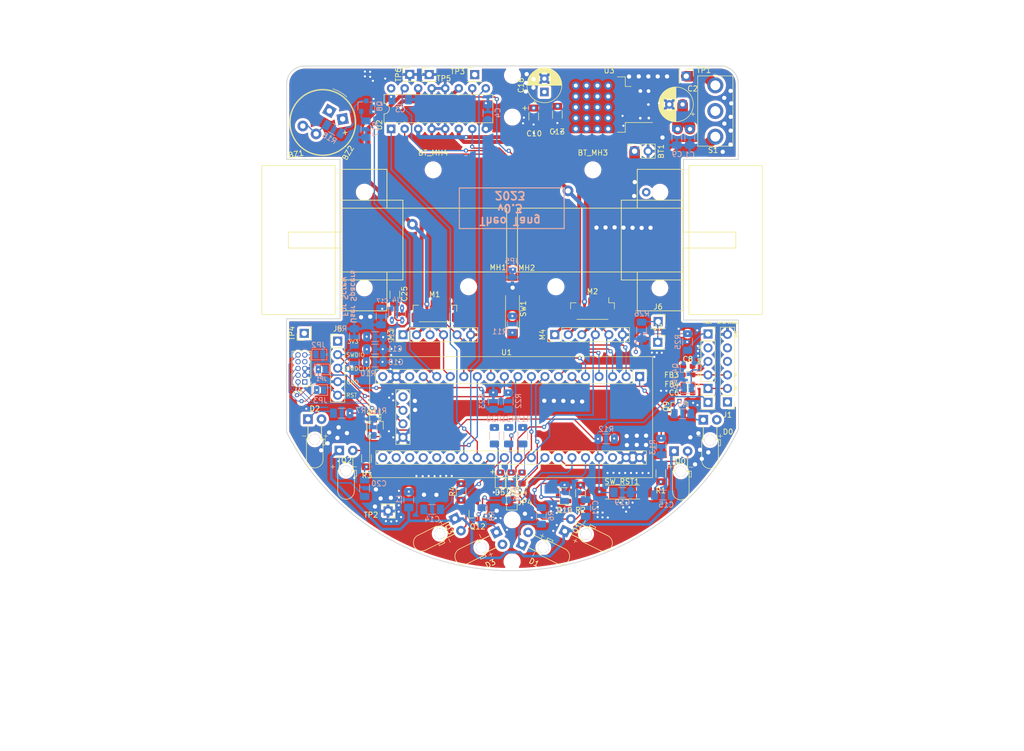
<source format=kicad_pcb>
(kicad_pcb (version 20211014) (generator pcbnew)
  (layers (0 "F.Cu" signal) (1 "In1.Cu" signal "In1.Cu Pow") (2 "In2.Cu" signal "In2.Cu GND") (31 "B.Cu" signal) (34 "B.Paste" user) (35 "F.Paste" user) (36 "B.SilkS" user "B.Silkscreen") (37 "F.SilkS" user "F.Silkscreen") (38 "B.Mask" user) (39 "F.Mask" user) (44 "Edge.Cuts" user))
  (net 0 "")
  (net 1 "Net-(D0-Pad1)")
  (net 2 "Net-(D1-Pad1)")
  (net 3 "Net-(D2-Pad1)")
  (net 4 "Net-(D3-Pad1)")
  (net 5 "Net-(D4-Pad2)")
  (net 6 "Net-(D5-Pad2)")
  (net 7 "Net-(D6-Pad2)")
  (net 9 "Net-(BZ1-Pad2)")
  (net 10 "Net-(BT1-Pad1)")
  (net 11 "GND")
  (net 12 "+5V")
  (net 13 "VCC")
  (net 14 "Net-(C6-Pad1)")
  (net 15 "Net-(C8-Pad1)")
  (net 16 "USART1_RX")
  (net 17 "USART1_TX")
  (net 18 "+3V3")
  (net 19 "SWDIO")
  (net 20 "SWDCLK")
  (net 21 "Net-(J4-Pad6)")
  (net 24 "Net-(J4-Pad9)")
  (net 25 "Net-(J4-Pad10)")
  (net 26 "RST")
  (net 27 "SWO")
  (net 28 "M2_ENC_B")
  (net 29 "M2_ENC_A")
  (net 30 "M2_OUT_2")
  (net 31 "M2_OUT_1")
  (net 32 "M1_OUT_1")
  (net 33 "M1_OUT_2")
  (net 34 "M1_ENC_A")
  (net 35 "M1_ENC_B")
  (net 36 "RECEIV_4")
  (net 37 "RECEIV_3")
  (net 38 "RECEIV_2")
  (net 39 "RECEIV_1")
  (net 40 "EMIT_1")
  (net 41 "EMIT_2")
  (net 42 "EMIT_3")
  (net 43 "EMIT_4")
  (net 44 "BUZZER")
  (net 45 "Net-(Q8-Pad3)")
  (net 46 "BUTTON")
  (net 47 "LED_RED")
  (net 48 "LED_GREEN")
  (net 49 "LED_BLUE")
  (net 50 "V_METER")
  (net 51 "Net-(S1-Pad3)")
  (net 52 "M1_FWD")
  (net 53 "M1_BACK")
  (net 54 "M2_FWD")
  (net 55 "M2_BACK")
  (net 56 "M1_SPD")
  (net 58 "M2_SPD")
  (net 61 "AGND")
  (net 62 "+3.3VA")
  (net 64 "Net-(Q10-Pad3)")
  (net 65 "Net-(Q11-Pad3)")
  (net 66 "Net-(Q12-Pad3)")
  (net 67 "3V3_BYP")
  (net 70 "Net-(Q9-Pad3)")
  (net 71 "GYRO_OUTZ")
  (net 72 "GYRO_VREF")
  (net 73 "AGND2")
  (net 74 "Net-(J3-Pad1)")
  (net 75 "Net-(J6-Pad1)")
  (net 76 "Net-(J8-Pad3)")
  (footprint "Connector_PinSocket_2.54mm:PinSocket_1x02_P2.54mm_Vertical" (layer "F.Cu") (at 183.0324 70.6628 90)
    (fp_text reference "BT1")
    (fp_text value "Battery_Cell")
  )
  (footprint "MountingHole:MountingHole_2.2mm_M2" (layer "F.Cu") (at 160.02 147.828)
    (fp_text reference "SK4" hide)
    (fp_text value "M2")
  )
  (footprint "MountingHole:MountingHole_2.2mm_M2" (layer "F.Cu") (at 160.02 139.954)
    (fp_text reference "SK2" hide)
    (fp_text value "M2")
  )
  (footprint "Capacitor_THT:CP_Radial_D6.3mm_P2.50mm" (layer "F.Cu") (at 192.0494 61.8744 180)
    (fp_text reference "C2")
    (fp_text value "100uF")
  )
  (footprint "Capacitor_SMD:C_0603_1608Metric_Pad1.08x0.95mm_HandSolder" (layer "F.Cu") (at 193.0908 116.078 180)
    (fp_text reference "C6")
    (fp_text value "22pF")
  )
  (footprint "Resistor_SMD:R_0603_1608Metric_Pad0.98x0.95mm_HandSolder" (layer "F.Cu") (at 193.0654 112.6998)
    (fp_text reference "FB3")
    (fp_text value "HZ0603C601R-10")
  )
  (footprint "Resistor_SMD:R_0603_1608Metric_Pad0.98x0.95mm_HandSolder" (layer "F.Cu") (at 193.0908 114.5032 180)
    (fp_text reference "FB4")
    (fp_text value "HZ0603C601R-10")
  )
  (footprint "Connector_PinHeader_2.54mm:PinHeader_1x05_P2.54mm_Vertical" (layer "F.Cu") (at 127.254 106.3752)
    (fp_text reference "J5")
    (fp_text value "SWD Header")
  )
  (footprint "Resistor_SMD:R_1206_3216Metric_Pad1.30x1.75mm_HandSolder" (layer "F.Cu") (at 187.96 131.2672 90)
    (fp_text reference "R1")
    (fp_text value "1.8k")
  )
  (footprint "Resistor_SMD:R_1206_3216Metric_Pad1.30x1.75mm_HandSolder" (layer "F.Cu") (at 132.6642 128.4478 90)
    (fp_text reference "R3")
    (fp_text value "1.8k")
  )
  (footprint "Connector_PinHeader_2.54mm:PinHeader_1x01_P2.54mm_Vertical" (layer "F.Cu") (at 192.7352 56.5658 -90)
    (fp_text reference "TP1")
    (fp_text value "V_EXT_TP")
  )
  (footprint "Package_DIP:DIP-16_W7.62mm" (layer "F.Cu") (at 137.3 66.475 90)
    (fp_text reference "U2")
    (fp_text value "L293D")
  )
  (footprint "custom:Motor_mouse" (layer "F.Cu") (at 161.036 87.376 180)
    (fp_text reference "MH2")
    (fp_text value "M2_MH")
  )
  (footprint "custom:Motor_mouse" (layer "F.Cu") (at 159.004 87.376)
    (fp_text reference "MH1")
    (fp_text value "M1_MH")
  )
  (footprint "MountingHole:MountingHole_2.2mm_M2" (layer "F.Cu") (at 160.0962 56.4134)
    (fp_text reference "SK3" hide)
    (fp_text value "M2")
  )
  (footprint "Buzzer_Beeper:Buzzer_TDK_PS1240P02BT_D12.2mm_H6.5mm" (layer "F.Cu") (at 125.7046 63.0936 -120)
    (fp_text reference "BZ2")
    (fp_text value "Buzzer")
  )
  (footprint "LED_SMD:LED_0805_2012Metric_Pad1.15x1.40mm_HandSolder" (layer "F.Cu") (at 159.85 132.1 90)
    (fp_text reference "D6")
    (fp_text value "LED")
  )
  (footprint "LED_SMD:LED_0805_2012Metric_Pad1.15x1.40mm_HandSolder" (layer "F.Cu") (at 157.818 132.1 90)
    (fp_text reference "D5")
    (fp_text value "LED")
  )
  (footprint "LED_SMD:LED_0805_2012Metric_Pad1.15x1.40mm_HandSolder" (layer "F.Cu") (at 161.882 132.1 90)
    (fp_text reference "D4")
    (fp_text value "LED")
  )
  (footprint "Buzzer_Beeper:Buzzer_12x9.5RM7.6" (layer "F.Cu") (at 128.1938 64.6176 -170)
    (fp_text reference "BZ1")
    (fp_text value "Buzzer")
  )
  (footprint "custom:1103M2S4CQE2" (layer "F.Cu") (at 195.6562 63.119 -90)
    (fp_text reference "S1")
    (fp_text value "EG1218")
  )
  (footprint "custom:Emitter" (layer "F.Cu") (at 195.9356 121.158)
    (fp_text reference "D0")
    (fp_text value "SFH4545")
  )
  (footprint "custom:Emitter" (layer "F.Cu") (at 121.6787 121.031)
    (fp_text reference "D2")
    (fp_text value "SFH4545")
  )
  (footprint "custom:Emitter" (layer "F.Cu") (at 157.083258 142.303667 -63.5)
    (fp_text reference "D3")
    (fp_text value "SFH4545")
  )
  (footprint "custom:Emitter" (layer "F.Cu") (at 190.4492 127.0508)
    (fp_text reference "Q0")
    (fp_text value "Q_Photo_NPN")
  )
  (footprint "custom:Emitter" (layer "F.Cu") (at 169.926 142.0876 63.5)
    (fp_text reference "Q1")
    (fp_text value "Q_Photo_NPN")
  )
  (footprint "custom:Emitter" (layer "F.Cu") (at 127.5588 126.9238)
    (fp_text reference "Q2")
    (fp_text value "Q_Photo_NPN")
  )
  (footprint "custom:Emitter" (layer "F.Cu") (at 149.285458 139.738267 -63.5)
    (fp_text reference "Q3")
    (fp_text value "Q_Photo_NPN")
  )
  (footprint "Capacitor_SMD:C_1206_3216Metric_Pad1.33x1.80mm_HandSolder" (layer "F.Cu") (at 164.084 64.135 -90)
    (fp_text reference "C10")
    (fp_text value "10uF(Tantalum)")
  )
  (footprint "Capacitor_SMD:C_0603_1608Metric_Pad1.08x0.95mm_HandSolder" (layer "F.Cu") (at 193.0654 111.0996 180)
    (fp_text reference "C8")
    (fp_text value "22pF")
  )
  (footprint "Capacitor_THT:CP_Radial_D6.3mm_P2.50mm" (layer "F.Cu") (at 166.0906 59.5376 90)
    (fp_text reference "C16")
    (fp_text value "100uF")
  )
  (footprint "Connector_JST:JST_SH_BM06B-SRSS-TB_1x06-1MP_P1.00mm_Vertical" (layer "F.Cu") (at 145.525 100.725 180)
    (fp_text reference "M1")
    (fp_text value "M1_Conn")
  )
  (footprint "MountingHole:MountingHole_2.2mm_M2" (layer "F.Cu") (at 160.0835 64.262)
    (fp_text reference "SK1" hide)
    (fp_text value "M2")
  )
  (footprint "Capacitor_SMD:C_1206_3216Metric_Pad1.33x1.80mm_HandSolder" (layer "F.Cu") (at 168.529 63.8048 -90)
    (fp_text reference "C13")
    (fp_text value "0.1uF")
  )
  (footprint "Connector_PinHeader_2.54mm:PinHeader_1x06_P2.54mm_Vertical" (layer "F.Cu") (at 139.5306 105.17 90)
    (fp_text reference "M3")
    (fp_text value "M1_Conn_Alt")
  )
  (footprint "Connector_PinHeader_2.54mm:PinHeader_1x06_P2.54mm_Vertical" (layer "F.Cu") (at 168.0384 105.1518 90)
    (fp_text reference "M4")
    (fp_text value "M2_Conn_Alt")
  )
  (footprint "Connector_PinHeader_2.54mm:PinHeader_1x01_P2.54mm_Vertical" (layer "F.Cu") (at 153 56.275)
    (fp_text reference "TP3")
    (fp_text value "TP_5V")
  )
  (footprint "Button_Switch_SMD:SW_SPST_REED_CT05-XXXX-G1" (layer "F.Cu") (at 180.7718 134.747)
    (fp_text reference "SW_RST1")
    (fp_text value "SW")
  )
  (footprint "Connector_JST:JST_SH_BM06B-SRSS-TB_1x06-1MP_P1.00mm_Vertical" (layer "F.Cu") (at 175.125 100.275 180)
    (fp_text reference "M2")
    (fp_text value "M2_Conn")
  )
  (footprint "Button_Switch_SMD:SW_SPST_REED_CT05-XXXX-G1" (layer "F.Cu") (at 160.1 101.05 90)
    (fp_text reference "SW1")
    (fp_text value "SW")
  )
  (footprint "Resistor_SMD:R_1206_3216Metric_Pad1.30x1.75mm_HandSolder" (layer "F.Cu") (at 150.4442 134.7216 -90)
    (fp_text reference "R4")
    (fp_text value "1.8k")
  )
  (footprint "Resistor_SMD:R_1206_3216Metric_Pad1.30x1.75mm_HandSolder" (layer "F.Cu") (at 172.8724 134.9756 -90)
    (fp_text reference "R2")
    (fp_text value "1.8k")
  )
  (footprint "MountingHole:MountingHole_2.2mm_M2" (layer "F.Cu") (at 151.8416 96.15)
    (fp_text reference "BT_MH2" hide)
    (fp_text value "M2")
  )
  (footprint "Jumper:SolderJumper-2_P1.3mm_Bridged_Pad1.0x1.5mm" (layer "F.Cu") (at 159.975 136.725 90)
    (fp_text reference "JP4")
    (fp_text value "Jumper_2_Open")
  )
  (footprint "custom:VREG_TO-263-3_TabPin2" (layer "F.Cu") (at 178.3334 61.8998 180)
    (fp_text reference "U3")
    (fp_text value "LM1085-5.0")
  )
  (footprint "MountingHole:MountingHole_2.2mm_M2" (layer "F.Cu") (at 168.25 96.15)
    (fp_text reference "BT_MH1" hide)
    (fp_text value "M2")
  )
  (footprint "Package_TO_SOT_SMD:SOT-23" (layer "F.Cu") (at 191.4652 118.6434 90)
    (fp_text reference "Q9")
    (fp_text value "Q_NMOS_GSD")
  )
  (footprint "Package_TO_SOT_SMD:SOT-23" (layer "F.Cu") (at 169.6974 135.4836 180)
    (fp_text reference "Q10")
    (fp_text value "Q_NMOS_GSD")
  )
  (footprint "Package_TO_SOT_SMD:SOT-23" (layer "F.Cu") (at 153.5176 138.8618 -90)
    (fp_text reference "Q12")
    (fp_text value "Q_NMOS_GSD")
  )
  (footprint "Package_TO_SOT_SMD:SOT-23" (layer "F.Cu") (at 134.239 122.2248 90)
    (fp_text reference "Q11")
    (fp_text value "Q_NMOS_GSD")
  )
  (footprint "Connector_PinHeader_1.27mm:PinHeader_2x05_P1.27mm_Vertical" (layer "F.Cu") (at 121.0818 114.046 180)
    (fp_text reference "J4")
    (fp_text value "Conn_ARM_JTAG_SWD_10")
  )
  (footprint "Capacitor_SMD:C_1206_3216Metric_Pad1.33x1.80mm_HandSolder" (layer "F.Cu") (at 137.9982 97.6376 90)
    (fp_text reference "C25")
    (fp_text value "10nF")
  )
  (footprint "bluepill:YAAJ_BluePill_SWD_2" (layer "F.Cu") (at 183.9722 113.03 -90)
    (fp_text reference "U1")
    (fp_text value "YAAJ_BluePill_SWD_Breakout" hide)
  )
  (footprint "Connector_PinHeader_2.54mm:PinHeader_1x01_P2.54mm_Vertical" (layer "F.Cu") (at 140.7922 56.2356)
    (fp_text reference "TP6")
    (fp_text value "GND_TP")
  )
  (footprint "Connector_PinHeader_2.54mm:PinHeader_1x01_P2.54mm_Vertical" (layer "F.Cu") (at 144.4498 56.261)
    (fp_text reference "TP5")
    (fp_text value "GND_TP")
  )
  (footprint "Connector_PinHeader_2.54mm:PinHeader_1x01_P2.54mm_Vertical" (layer "F.Cu") (at 136.7282 138.303 180)
    (fp_text reference "TP2")
    (fp_text value "GND_TP")
  )
  (footprint "Connector_PinHeader_2.54mm:PinHeader_1x01_P2.54mm_Vertical" (layer "F.Cu") (at 120.9802 104.902 90)
    (fp_text reference "TP4")
    (fp_text value "TP_3V3")
  )
  (footprint "Connector_PinHeader_2.54mm:PinHeader_1x06_P2.54mm_Vertical" (layer "F.Cu") (at 200.4822 117.8052 180)
    (fp_text reference "J1")
    (fp_text value "Serial Debug Header")
  )
  (footprint "custom:Emitter" (layer "F.Cu") (at 161.8996 144.5768 63.5)
    (fp_text reference "D1")
    (fp_text value "SFH4545")
  )
  (footprint "Connector_PinSocket_2.54mm:PinSocket_1x01_P2.54mm_Vertical" (layer "F.Cu") (at 196.8246 117.8814)
    (fp_text reference "J2" hide)
    (fp_text value "Conn_RST")
  )
  (footprint "Connector_PinSocket_2.54mm:PinSocket_1x01_P2.54mm_Vertical" (layer "F.Cu") (at 196.8246 105.029)
    (fp_text reference "J3" hide)
    (fp_text value "BLE_PWR")
  )
  (footprint "Connector_PinSocket_2.54mm:PinSocket_1x01_P2.54mm_Vertical" (layer "F.Cu") (at 187.452 102.6922)
    (fp_text reference "J6")
    (fp_text value "BOOT0")
  )
  (footprint "Connector_PinSocket_2.54mm:PinSocket_1x01_P2.54mm_Vertical" (layer "F.Cu") (at 187.3885 106.5911)
    (fp_text reference "J7")
    (fp_text value "BOOT0")
  )
  (footprint "Connector_PinSocket_2.54mm:PinSocket_1x04_P2.54mm_Vertical" (layer "F.Cu") (at 196.8246 115.2652 180)
    (fp_text reference "J8" hide)
    (fp_text value "Conn_01x04_Female")
  )
  (footprint "MountingHole:MountingHole_2.2mm_M2" (layer "F.Cu") (at 145.1934 74.175)
    (fp_text reference "BT_MH4")
    (fp_text value "M2")
  )
  (footprint "MountingHole:MountingHole_2.2mm_M2" (layer "F.Cu") (at 175.1934 74.175)
    (fp_text reference "BT_MH3")
    (fp_text value "M2")
  )
  (footprint "Capacitor_SMD:C_1206_3216Metric_Pad1.33x1.80mm_HandSolder" (layer "B.Cu") (at 139.0125 60.975)
    (fp_text reference "C3")
    (fp_text value "0.1uF")
  )
  (footprint "Capacitor_SMD:C_1206_3216Metric_Pad1.33x1.80mm_HandSolder" (layer "B.Cu") (at 155.475 63.4625 90)
    (fp_text reference "C4")
    (fp_text value "1uF")
  )
  (footprint "Jumper:SolderJumper-2_P1.3mm_Open_Pad1.0x1.5mm" (layer "B.Cu") (at 123.9774 115.57 180)
    (fp_text reference "JP3")
    (fp_text value "JP_RST")
  )
  (footprint "Resistor_SMD:R_1206_3216Metric_Pad1.30x1.75mm_HandSolder" (layer "B.Cu") (at 192.024 120.015 180)
    (fp_text reference "R5")
    (fp_text value "35")
  )
  (footprint "Resistor_SMD:R_1206_3216Metric_Pad1.30x1.75mm_HandSolder" (layer "B.Cu") (at 165.5318 139.2174 90)
    (fp_text reference "R6")
    (fp_text value "35")
  )
  (footprint "Resistor_SMD:R_1206_3216Metric_Pad1.30x1.75mm_HandSolder" (layer "B.Cu") (at 128.016 119.9134)
    (fp_text reference "R7")
    (fp_text value "35")
  )
  (footprint "Resistor_SMD:R_1206_3216Metric_Pad1.30x1.75mm_HandSolder" (layer "B.Cu") (at 154.4066 139.2428 90)
    (fp_text reference "R8")
    (fp_text value "35")
  )
  (footprint "Resistor_SMD:R_1206_3216Metric_Pad1.30x1.75mm_HandSolder" (layer "B.Cu") (at 130.3782 105.5878 90)
    (fp_text reference "R9")
    (fp_text value "100K")
  )
  (footprint "Resistor_SMD:R_1206_3216Metric_Pad1.30x1.75mm_HandSolder" (layer "B.Cu") (at 130.375 110.525 -90)
    (fp_text reference "R10")
    (fp_text value "100K")
  )
  (footprint "Resistor_SMD:R_1206_3216Metric_Pad1.30x1.75mm_HandSolder" (layer "B.Cu") (at 160.075 103.2 -90)
    (fp_text reference "R11")
    (fp_text value "47K")
  )
  (footprint "Resistor_SMD:R_1206_3216Metric_Pad1.30x1.75mm_HandSolder" (layer "B.Cu") (at 188.0362 126.1618 90)
    (fp_text reference "R13")
    (fp_text value "47k")
  )
  (footprint "Resistor_SMD:R_1206_3216Metric_Pad1.30x1.75mm_HandSolder" (layer "B.Cu") (at 169.8752 134.9502 -90)
    (fp_text reference "R14")
    (fp_text value "47k")
  )
  (footprint "Resistor_SMD:R_1206_3216Metric_Pad1.30x1.75mm_HandSolder" (layer "B.Cu") (at 133.7056 122.555 -90)
    (fp_text reference "R15")
    (fp_text value "47k")
  )
  (footprint "Resistor_SMD:R_1206_3216Metric_Pad1.30x1.75mm_HandSolder" (layer "B.Cu") (at 158.9532 134.7216 -90)
    (fp_text reference "R16")
    (fp_text value "47k")
  )
  (footprint "Resistor_SMD:R_1206_3216Metric_Pad1.30x1.75mm_HandSolder" (layer "B.Cu") (at 132.5626 66.5226 90)
    (fp_text reference "R17")
    (fp_text value "47k")
  )
  (footprint "Resistor_SMD:R_1206_3216Metric_Pad1.30x1.75mm_HandSolder" (layer "B.Cu") (at 126.5428 66.548 150)
    (fp_text reference "R18")
    (fp_text value "R")
  )
  (footprint "Resistor_SMD:R_1206_3216Metric_Pad1.30x1.75mm_HandSolder" (layer "B.Cu") (at 159.3 117.65 -90)
    (fp_text reference "R22")
    (fp_text value "R")
  )
  (footprint "Resistor_SMD:R_1206_3216Metric_Pad1.30x1.75mm_HandSolder" (layer "B.Cu") (at 156.506 117.65 90)
    (fp_text reference "R23")
    (fp_text value "R")
  )
  (footprint "Resistor_SMD:R_1206_3216Metric_Pad1.30x1.75mm_HandSolder" (layer "B.Cu") (at 156.7 124.15 90)
    (fp_text reference "R20")
    (fp_text value "R")
  )
  (footprint "Capacitor_SMD:C_1206_3216Metric_Pad1.33x1.80mm_HandSolder" (layer "B.Cu") (at 190.9572 67.9704 -90)
    (fp_text reference "C9")
    (fp_text value "10uF")
  )
  (footprint "Capacitor_SMD:C_1206_3216Metric_Pad1.33x1.80mm_HandSolder" (layer "B.Cu") (at 134.275 107.8872)
    (fp_text reference "C11")
    (fp_text value "10uF")
  )
  (footprint "Capacitor_SMD:C_1206_3216Metric_Pad1.33x1.80mm_HandSolder" (layer "B.Cu") (at 134.275 105.525)
    (fp_text reference "C12")
    (fp_text value "0.1uF")
  )
  (footprint "Capacitor_SMD:C_1206_3216Metric_Pad1.33x1.80mm_HandSolder" (layer "B.Cu") (at 135.4074 101.7401 -90)
    (fp_text reference "C17")
    (fp_text value "1uF")
  )
  (footprint "Capacitor_SMD:C_1206_3216Metric_Pad1.33x1.80mm_HandSolder" (layer "B.Cu") (at 134.2496 110.3002)
    (fp_text reference "C18")
    (fp_text value "1uF")
  )
  (footprint "Resistor_SMD:R_1206_3216Metric_Pad1.30x1.75mm_HandSolder" (layer "B.Cu") (at 177.6984 124.7394 180)
    (fp_text reference "R12")
    (fp_text value "47K")
  )
  (footprint "Capacitor_SMD:C_1206_3216Metric_Pad1.33x1.80mm_HandSolder" (layer "B.Cu") (at 193.3956 67.9704 90)
    (fp_text reference "C1")
    (fp_text value "0.1uF")
  )
  (footprint "Inductor_SMD:L_1206_3216Metric_Pad1.42x1.75mm_HandSolder" (layer "B.Cu") (at 140.6144 136.1694 -90)
    (fp_text reference "L1")
    (fp_text value "10uH")
  )
  (footprint "Resistor_SMD:R_1206_3216Metric_Pad1.30x1.75mm_HandSolder" (layer "B.Cu") (at 162.025 124.15 90)
    (fp_text reference "R19")
    (fp_text value "R")
  )
  (footprint "Jumper:SolderJumper-2_P1.3mm_Open_Pad1.0x1.5mm" (layer "B.Cu") (at 124.2822 111.6838)
    (fp_text reference "JP1")
    (fp_text value "JP_SWO")
  )
  (footprint "Package_TO_SOT_SMD:SOT-23-5" (layer "B.Cu") (at 138.4046 101.2952 -90)
    (fp_text reference "U4")
    (fp_text value "APE8865Y5-33-HF-3")
  )
  (footprint "Capacitor_SMD:C_1206_3216Metric_Pad1.33x1.80mm_HandSolder" (layer "B.Cu") (at 144.9955 137.9982)
    (fp_text reference "C14")
    (fp_text value "1uF")
  )
  (footprint "Capacitor_SMD:C_1206_3216Metric_Pad1.33x1.80mm_HandSolder" (layer "B.Cu") (at 188.341 135.3058 180)
    (fp_text reference "C15")
    (fp_text value "1uF")
  )
  (footprint "Capacitor_SMD:C_1206_3216Metric_Pad1.33x1.80mm_HandSolder" (layer "B.Cu") (at 132.3086 134.0104 90)
    (fp_text reference "C20")
    (fp_text value "1uF")
  )
  (footprint "Capacitor_SMD:C_1206_3216Metric_Pad1.33x1.80mm_HandSolder" (layer "B.Cu") (at 173.8376 137.7188 90)
    (fp_text reference "C21")
    (fp_text value "1uF")
  )
  (footprint "Resistor_SMD:R_1206_3216Metric_Pad1.30x1.75mm_HandSolder" (layer "B.Cu") (at 159.375 124.15 90)
    (fp_text reference "R21")
    (fp_text value "R")
  )
  (footprint "Capacitor_SMD:C_1206_3216Metric_Pad1.33x1.80mm_HandSolder" (layer "B.Cu") (at 180.721 134.8232)
    (fp_text reference "C19")
    (fp_text value "0.1uF")
  )
  (footprint "Jumper:SolderJumper-2_P1.3mm_Open_Pad1.0x1.5mm" (layer "B.Cu") (at 123.825 108.8898 180)
    (fp_text reference "JP2")
    (fp_text value "JP_GND")
  )
  (footprint "Package_TO_SOT_SMD:SOT-23" (layer "B.Cu") (at 132.6388 62.2046 90)
    (fp_text reference "Q8")
    (fp_text value "Q_NMOS_SGD")
  )
  (footprint "Jumper:SolderJumper-2_P1.3mm_Bridged_Pad1.0x1.5mm" (layer "B.Cu") (at 160.05 93.7 90)
    (fp_text reference "JP5")
    (fp_text value "Jumper_2_Open")
  )
  (footprint "Package_TO_SOT_SMD:SOT-23" (layer "B.Cu") (at 193.1924 111.4806 -90)
    (fp_text reference "Q4")
    (fp_text value "Q_NMOS_GSD")
  )
  (footprint "Resistor_SMD:R_1206_3216Metric_Pad1.30x1.75mm_HandSolder" (layer "B.Cu") (at 184.3532 104.3686 90)
    (fp_text reference "R26")
    (fp_text value "47k")
  )
  (footprint "Resistor_SMD:R_1206_3216Metric_Pad1.30x1.75mm_HandSolder" (layer "B.Cu") (at 192.9892 106.5276 -90)
    (fp_text reference "R25")
    (fp_text value "47k")
  )
  (footprint "Jumper:SolderJumper-2_P1.3mm_Open_Pad1.0x1.5mm" (layer "B.Cu") (at 193.0146 115.189 180)
    (fp_text reference "JP6")
    (fp_text value "Jumper_2_Open")
  )
  (gr_line (start 150.11472 77.58135) (end 169.83528 77.56865) (layer "B.SilkS") (width 0.2))
  (gr_line (start 169.79972 85.20135) (end 150.09948 85.20135) (layer "B.SilkS") (width 0.2))
  (gr_line (start 150.11472 85.20135) (end 150.11472 77.58135) (layer "B.SilkS") (width 0.2))
  (gr_line (start 169.79972 77.73629) (end 169.79972 85.20135) (layer "B.SilkS") (width 0.2))
  (gr_line (start 127.7112 102.1588) (end 127.7112 72.2122) (layer "Edge.Cuts") (width 0.15))
  (gr_line (start 120.97258 54.65318) (end 199.15632 54.64556) (layer "Edge.Cuts") (width 0.15))
  (gr_line (start 192.2272 72.2122) (end 192.2272 102.4128) (layer "Edge.Cuts") (width 0.15))
  (gr_arc (start 202.570805 122.880473) (mid 160.302032 149.531511) (end 117.66296 123.47702) (layer "Edge.Cuts") (width 0.15))
  (gr_line (start 117.6528 102.1588) (end 127.7112 102.1588) (layer "Edge.Cuts") (width 0.15))
  (gr_line (start 202.56246 102.4128) (end 192.2272 102.4128) (layer "Edge.Cuts") (width 0.15))
  (gr_line (start 192.2272 72.2122) (end 202.5142 72.2122) (layer "Edge.Cuts") (width 0.15))
  (gr_line (start 117.6782 72.2122) (end 127.7112 72.2122) (layer "Edge.Cuts") (width 0.15))
  (gr_line (start 202.5142 72.2122) (end 202.52182 57.98058) (layer "Edge.Cuts") (width 0.15))
  (gr_line (start 117.6782 72.2122) (end 117.66804 58.03646) (layer "Edge.Cuts") (width 0.15))
  (gr_arc (start 117.667417 58.036462) (mid 118.627124 55.667945) (end 120.97258 54.65318) (layer "Edge.Cuts") (width 0.15))
  (gr_arc (start 199.156316 54.647889) (mid 201.523048 55.62352) (end 202.52182 57.98058) (layer "Edge.Cuts") (width 0.15))
  (gr_line (start 202.570805 122.880473) (end 202.56246 102.4128) (layer "Edge.Cuts") (width 0.15))
  (gr_line (start 117.66296 123.47702) (end 117.6528 102.1588) (layer "Edge.Cuts") (width 0.15))
  (gr_text "User Spacers\nFor Screw" (at 129.413 98.0059 -90) (layer "B.SilkS") (effects (font (size 1 1) (thickness 0.2)) (justify mirror)))
  (gr_text "Theo Tang\nv0.3\n2023" (at 159.63972 81.39135 180) (layer "B.SilkS") (effects (font (size 1.5 1.5) (thickness 0.3)) (justify mirror)))
  (gr_text "+" (at 125.0315 124.1425) (layer "F.SilkS") (effects (font (size 1 1) (thickness 0.1))))
  (gr_text "-" (at 120.9675 124.1425) (layer "F.SilkS") (effects (font (size 1 1) (thickness 0.1))))
  (gr_text "+" (at 146.685 140.335 296.5) (layer "F.SilkS") (effects (font (size 1 1) (thickness 0.1))))
  (gr_text "-" (at 148.336 143.8275 296.5) (layer "F.SilkS") (effects (font (size 1 1) (thickness 0.1))))
  (gr_text "+" (at 165.608 142.9385 63.5) (layer "F.SilkS") (effects (font (size 1 1) (thickness 0.1))))
  (gr_text "-" (at 173.5455 140.3985 63.5) (layer "F.SilkS") (effects (font (size 1 1) (thickness 0.1))))
  (gr_text "-" (at 164.0205 146.3675 63.5) (layer "F.SilkS") (effects (font (size 1 1) (thickness 0.1))))
  (gr_text "+" (at 171.831 143.891 63.5) (layer "F.SilkS") (effects (font (size 1 1) (thickness 0.1))))
  (gr_text "-" (at 154.1145 143.002 296.5) (layer "F.SilkS") (effects (font (size 1 1) (thickness 0.1))))
  (gr_text "+" (at 156.083 146.431 296.5) (layer "F.SilkS") (effects (font (size 1 1) (thickness 0.1))))
  (gr_text "+" (at 199.136 124.1425) (layer "F.SilkS") (effects (font (size 1 1) (thickness 0.1))))
  (gr_text "-" (at 195.1355 124.1425) (layer "F.SilkS") (effects (font (size 1 1) (thickness 0.1))))
  (gr_text "+" (at 189.738 129.921) (layer "F.SilkS") (effects (font (size 1 1) (thickness 0.1))))
  (gr_text "-" (at 130.4925 129.921) (layer "F.SilkS") (effects (font (size 1 1) (thickness 0.1))))
  (gr_text "+" (at 126.365 129.921) (layer "F.SilkS") (effects (font (size 1 1) (thickness 0.1))))
  (gr_text "-" (at 193.675 129.9845) (layer "F.SilkS") (effects (font (size 1 1) (thickness 0.1))))
  (gr_text "s" (at 135.2296 124.1552) (layer "F.SilkS") (effects (font (size 0.75 0.75) (thickness 0.1))))
  (gr_text "g" (at 133.223 124.1806) (layer "F.SilkS") (effects (font (size 0.75 0.75) (thickness 0.1))))
  (gr_text "d" (at 135.2042 120.904) (layer "F.SilkS") (effects (font (size 0.75 0.75) (thickness 0.1))))
  (gr_text "3V3" (at 130.1242 106.4514) (layer "F.SilkS") (effects (font (size 0.75 0.75) (thickness 0.1))))
  (gr_text "SWDIO" (at 130.6068 108.966) (layer "F.SilkS") (effects (font (size 0.75 0.75) (thickness 0.1))))
  (gr_text "GND" (at 130.0734 114.0968) (layer "F.SilkS") (effects (font (size 0.75 0.75) (thickness 0.1))))
  (gr_text "SWDCLK" (at 131.0386 111.5822) (layer "F.SilkS") (effects (font (size 0.75 0.75) (thickness 0.1))))
  (gr_text "RST" (at 129.8956 116.5352) (layer "F.SilkS") (effects (font (size 0.75 0.75) (thickness 0.1))))
  (gr_text "+" (at 156.375 130.875) (layer "F.SilkS") (effects (font (size 1 1))))
  (gr_text "5V" (at 195.2244 107.4928 90) (layer "F.SilkS") (effects (font (size 0.4 0.4) (thickness 0.1))))
  (gr_text "GND" (at 195.1482 110.1598 90) (layer "F.SilkS") (effects (font (size 0.4 0.4) (thickness 0.1))))
  (gr_text "RX" (at 195.1228 112.6998 90) (layer "F.SilkS") (effects (font (size 0.4 0.4) (thickness 0.1))))
  (gr_text "TX" (at 195.0974 114.5794 90) (layer "F.SilkS") (effects (font (size 0.4 0.4) (thickness 0.1))))
  (gr_text "HC05" (at 196.6976 102.8954) (layer "F.SilkS") (effects (font (size 0.4 0.4) (thickness 0.1))))
  (gr_text "Serial Debug" (at 200.406 102.8954) (layer "F.SilkS") (effects (font (size 0.4 0.4) (thickness 0.1))))
  (gr_text "RX" (at 202.0316 112.6744 90) (layer "F.SilkS") (effects (font (size 0.4 0.4) (thickness 0.1))))
  (gr_text "TX" (at 202.0824 115.2398 90) (layer "F.SilkS") (effects (font (size 0.4 0.4) (thickness 0.1))))
  (gr_text "GND" (at 202.0824 105.0798 90) (layer "F.SilkS") (effects (font (size 0.4 0.4) (thickness 0.1))))
  (gr_text "+" (at 162.4076 62.5094) (layer "F.SilkS") (effects (font (size 1 1))))
  (via (at 185.2168 78.3844) (size 1.6) (drill 0.8) (layers "F.Cu" "B.Cu") (net 0))
  (segment (start 195.9356 121.158) (end 194.717 121.158) (width 0.25) (layer "B.Cu") (net 1))
  (segment (start 194.717 121.158) (end 193.574 120.015) (width 0.25) (layer "B.Cu") (net 1))
  (segment (start 162.0514 140.7674) (end 165.5318 140.7674) (width 0.25) (layer "B.Cu") (net 2))
  (segment (start 161.8996 144.5768) (end 161.29 143.9672) (width 0.25) (layer "B.Cu") (net 2))
  (segment (start 161.29 143.9672) (end 161.29 141.5288) (width 0.25) (layer "B.Cu") (net 2))
  (segment (start 161.29 141.5288) (end 162.0514 140.7674) (width 0.25) (layer "B.Cu") (net 2))
  (segment (start 121.7168 121.031) (end 123.1646 119.5832) (width 0.25) (layer "B.Cu") (net 3))
  (segment (start 123.1646 119.5832) (end 126.1358 119.5832) (width 0.25) (layer "B.Cu") (net 3))
  (segment (start 121.6787 121.031) (end 121.7168 121.031) (width 0.25) (layer "B.Cu") (net 3))
  (segment (start 126.1358 119.5832) (end 126.466 119.9134) (width 0.25) (layer "B.Cu") (net 3))
  (segment (start 121.6787 121.031) (end 121.8184 121.031) (width 0.25) (layer "B.Cu") (net 3))
  (segment (start 157.083258 142.303667) (end 157.083258 141.563858) (width 0.25) (layer "B.Cu") (net 4))
  (segment (start 157.083258 141.563858) (end 156.3122 140.7928) (width 0.25) (layer "B.Cu") (net 4))
  (segment (start 156.3122 140.7928) (end 154.4066 140.7928) (width 0.25) (layer "B.Cu") (net 4))
  (via (at 161.875 131) (size 0.8) (drill 0.4) (layers "F.Cu" "B.Cu") (net 5))
  (segment (start 161.875 131) (end 162.35 130.525) (width 0.13) (layer "B.Cu") (net 5))
  (segment (start 162.35 130.525) (end 162.35 126.15) (width 0.13) (layer "B.Cu") (net 5))
  (segment (start 162.35 126.15) (end 162.025 125.825) (width 0.13) (layer "B.Cu") (net 5))
  (via (at 157.775 131.05) (size 0.8) (drill 0.4) (layers "F.Cu" "B.Cu") (net 6))
  (segment (start 157.4 130.4) (end 157.4 130.675) (width 0.25) (layer "B.Cu") (net 6))
  (segment (start 157.4 130.4) (end 157.4 126.55) (width 0.25) (layer "B.Cu") (net 6))
  (segment (start 157.4 126.55) (end 156.7 125.85) (width 0.25) (layer "B.Cu") (net 6))
  (segment (start 157.4 130.675) (end 157.775 131.05) (width 0.25) (layer "B.Cu") (net 6))
  (via (at 159.85 131.1) (size 0.8) (drill 0.4) (layers "F.Cu" "B.Cu") (net 7))
  (segment (start 159.616711 125.941711) (end 159.375 125.7) (width 0.13) (layer "B.Cu") (net 7))
  (segment (start 159.875 127.375) (end 159.616711 127.116711) (width 0.25) (layer "B.Cu") (net 7))
  (segment (start 159.616711 127.116711) (end 159.616711 125.941711) (width 0.25) (layer "B.Cu") (net 7))
  (segment (start 159.875 131.075) (end 159.875 127.375) (width 0.25) (layer "B.Cu") (net 7))
  (segment (start 159.85 131.1) (end 159.875 131.075) (width 0.13) (layer "B.Cu") (net 7))
  (segment (start 121.718199 65.937326) (end 120.709261 65.937326) (width 0.25) (layer "B.Cu") (net 9))
  (segment (start 123.2046 67.423727) (end 124.855327 65.773) (width 0.25) (layer "B.Cu") (net 9))
  (segment (start 123.2046 67.423727) (end 121.718199 65.937326) (width 0.25) (layer "B.Cu") (net 9))
  (segment (start 124.855327 65.773) (end 125.200461 65.773) (width 0.25) (layer "B.Cu") (net 9))
  (segment (start 183.0324 73.5128) (end 183.5606 74.041) (width 2) (layer "F.Cu") (net 10))
  (segment (start 190.5 72.5932) (end 190.5 71.7804) (width 2) (layer "F.Cu") (net 10))
  (segment (start 191.8462 70.4342) (end 195.707 70.4342) (width 2) (layer "F.Cu") (net 10))
  (segment (start 195.707 70.4342) (end 198.1962 67.945) (width 2) (layer "F.Cu") (net 10))
  (segment (start 190.5 71.7804) (end 191.8462 70.4342) (width 2) (layer "F.Cu") (net 10))
  (segment (start 189.0522 74.041) (end 190.5 72.5932) (width 2) (layer "F.Cu") (net 10))
  (segment (start 183.0324 70.6628) (end 183.0324 73.5128) (width 2) (layer "F.Cu") (net 10))
  (segment (start 183.5606 74.041) (end 189.0522 74.041) (width 2) (layer "F.Cu") (net 10))
  (segment (start 158.0016 137.375) (end 159.975 137.375) (width 0.13) (layer "F.Cu") (net 11))
  (segment (start 170.6974 134.2224) (end 169.8752 133.4002) (width 0.5) (layer "F.Cu") (net 11))
  (segment (start 170.6974 134.5336) (end 170.6974 134.2224) (width 0.5) (layer "F.Cu") (net 11))
  (segment (start 157.1244 138.2522) (end 158.0016 137.375) (width 0.13) (layer "F.Cu") (net 11))
  (via (at 167.7543 142.0368) (size 0.8) (drill 0.4) (layers "F.Cu" "B.Cu") (net 11))
  (via (at 181.5465 124.2187) (size 1.6) (drill 0.8) (layers "F.Cu" "B.Cu") (net 11))
  (via (at 133.9977 60.8457) (size 0.8) (drill 0.4) (layers "F.Cu" "B.Cu") (net 11))
  (via (at 199.5932 70.7898) (size 1.6) (drill 0.8) (layers "F.Cu" "B.Cu") (net 11))
  (via (at 125.3744 125.5776) (size 1.6) (drill 0.8) (layers "F.Cu" "B.Cu") (net 11))
  (via (at 180.1749 131.1656) (size 0.8) (drill 0.4) (layers "F.Cu" "B.Cu") (net 11))
  (via (at 164.0586 65.659) (size 0.8) (drill 0.4) (layers "F.Cu" "B.Cu") (net 11))
  (via (at 169.6466 117.602) (size 1.6) (drill 0.8) (layers "F.Cu" "B.Cu") (net 11))
  (via (at 179.07 131.1275) (size 0.8) (drill 0.4) (layers "F.Cu" "B.Cu") (net 11))
  (via (at 143.2306 131.7625) (size 0.8) (drill 0.4) (layers "F.Cu" "B.Cu") (net 11))
  (via (at 183.4388 125.8697) (size 1.6) (drill 0.8) (layers "F.Cu" "B.Cu") (net 11))
  (via (at 184.0992 64.4652) (size 1) (drill 0.5) (layers "F.Cu" "B.Cu") (net 11))
  (via (at 193.4972 124.46) (size 1.6) (drill 0.8) (layers "F.Cu" "B.Cu") (net 11))
  (via (at 162.6108 59.4614) (size 1.6) (drill 0.8) (layers "F.Cu" "B.Cu") (net 11))
  (via (at 162.433 138.811) (size 1.6) (drill 0.8) (layers "F.Cu" "B.Cu") (net 11))
  (via (at 162.7632 56.1848) (size 1.6) (drill 0.8) (layers "F.Cu" "B.Cu") (net 11))
  (via (at 121.3612 119.0752) (size 0.8) (drill 0.4) (layers "F.Cu" "B.Cu") (net 11))
  (via (at 138.8364 110.2868) (size 0.8) (drill 0.4) (layers "F.Cu" "B.Cu") (net 11))
  (via (at 133.35 55.7403) (size 0.8) (drill 0.4) (layers "F.Cu" "B.Cu") (net 11))
  (via (at 194.0306 117.983) (size 0.8) (drill 0.4) (layers "F.Cu" "B.Cu") (net 11))
  (via (at 157.1244 138.2522) (size 1.6) (drill 0.8) (layers "F.Cu" "B.Cu") (net 11))
  (via (at 168.402 138.6586) (size 0.8) (drill 0.4) (layers "F.Cu" "B.Cu") (net 11))
  (via (at 182.9562 79.0956) (size 1.6) (drill 0.8) (layers "F.Cu" "B.Cu") (net 11))
  (via (at 168.402 140.9446) (size 0.8) (drill 0.4) (layers "F.Cu" "B.Cu") (net 11))
  (via (at 180.9242 65.8876) (size 0.8) (drill 0.4) (layers "F.Cu" "B.Cu") (net 11))
  (via (at 185.7 64.45) (size 1) (drill 0.5) (layers "F.Cu" "B.Cu") (net 11))
  (via (at 185.1787 125.8824) (size 1.6) (drill 0.8) (layers "F.Cu" "B.Cu") (net 11))
  (via (at 188.275 68.1) (size 1.6) (drill 0.8) (layers "F.Cu" "B.Cu") (net 11))
  (via (at 180.8861 137.6299) (size 0.8) (drill 0.4) (layers "F.Cu" "B.Cu") (net 11))
  (via (at 179.2732 84.9884) (size 1.6) (drill 0.8) (layers "F.Cu" "B.Cu") (net 11))
  (via (at 156.5783 134.7851) (size 0.8) (drill 0.4) (layers "F.Cu" "B.Cu") (net 11))
  (via (at 138.7602 135.7884) (size 0.8) (drill 0.4) (layers "F.Cu" "B.Cu") (net 11))
  (via (at 186.7408 109.3343) (size 0.8) (drill 0.4) (layers "F.Cu" "B.Cu") (net 11))
  (via (at 159.0548 141.8336) (size 0.8) (drill 0.4) (layers "F.Cu" "B.Cu") (net 11))
  (via (at 136.3218 140.208) (size 0.8) (drill 0.4) (layers "F.Cu" "B.Cu") (net 11))
  (via (at 133.3627 56.6928) (size 0.8) (drill 0.4) (layers "F.Cu" "B.Cu") (net 11))
  (via (at 187.3758 56.6166) (size 1.6) (drill 0.8) (layers "F.Cu" "B.Cu") (net 11))
  (via (at 167.3098 138.3284) (size 0.8) (drill 0.4) (layers "F.Cu" "B.Cu") (net 11))
  (via (at 137.7061 117.5131) (size 0.8) (drill 0.4) (layers "F.Cu" "B.Cu") (net 11))
  (via (at 132.3721 55.7022) (size 0.8) (drill 0.4) (layers "F.Cu" "B.Cu") (net 11))
  (via (at 162.2298 64.3636) (size 0.8) (drill 0.4) (layers "F.Cu" "B.Cu") (net 11))
  (via (at 134.2644 137.4648) (size 1.6) (drill 0.8) (layers "F.Cu" "B.Cu") (net 11))
  (via (at 156.0576 139.2428) (size 0.8) (drill 0.4) (layers "F.Cu" "B.Cu") (net 11))
  (via (at 185.6486 131.1656) (size 0.8) (drill 0.4) (layers "F.Cu" "B.Cu") (net 11))
  (via (at 180.9496 85.0392) (size 1.6) (drill 0.8) (layers "F.Cu" "B.Cu") (net 11))
  (via (at 187.6044 61.6204) (size 0.8) (drill 0.4) (layers "F.Cu" "B.Cu") (net 11))
  (via (at 194.3862 129.54) (size 1.6) (drill 0.8) (layers "F.Cu" "B.Cu") (net 11))
  (via (at 195.6562 128.4986) (size 1.6) (drill 0.8) (layers "F.Cu" "B.Cu") (net 11))
  (via (at 137.7188 124.46) (size 0.8) (drill 0.4) (layers "F.Cu" "B.Cu") (net 11))
  (via (at 135.3185 135.9535) (size 1.6) (drill 0.8) (layers "F.Cu" "B.Cu") (net 11))
  (via (at 180.3654 136.7536) (size 0.8) (drill 0.4) (layers "F.Cu" "B.Cu") (net 11))
  (via (at 183.0578 76.4794) (size 1.6) (drill 0.8) (layers "F.Cu" "B.Cu") (net 11))
  (via (at 186.2836 108.5342) (size 0.8) (drill 0.4) (layers "F.Cu" "B.Cu") (net 11))
  (via (at 183.8198 56.6166) (size 1.6) (drill 0.8) (layers "F.Cu" "B.Cu") (net 11))
  (via (at 162.0774 65.4304) (size 0.8) (drill 0.4) (layers "F.Cu" "B.Cu") (net 11))
  (via (at 156.481 116.025) (size 0.8) (drill 0.4) (layers "F.Cu" "B.Cu") (net 11))
  (via (at 199.8726 60.6552) (size 1.6) (drill 0.8) (layers "F.Cu" "B.Cu") (net 11))
  (via (at 171.3992 117.729) (size 1.6) (drill 0.8) (layers "F.Cu" "B.Cu") (net 11))
  (via (at 138.9126 107.8484) (size 0.8) (drill 0.4) (layers "F.Cu" "B.Cu") (net 11))
  (via (at 181.5846 125.9078) (size 1.6) (drill 0.8) (layers "F.Cu" "B.Cu") (net 11))
  (via (at 164.0586 57.1246) (size 1.6) (drill 0.8) (layers "F.Cu" "B.Cu") (net 11))
  (via (at 167.4368 137.3886) (size 0.8) (drill 0.4) (layers "F.Cu" "B.Cu") (net 11))
  (via (at 141.8 119.3) (size 1.6) (drill 0.8) (layers "F.Cu" "B.Cu") (net 11))
  (via (at 187.9967 115.7) (size 0.8) (drill 0.4) (layers "F.Cu" "B.Cu") (net 11))
  (via (at 199.898 65.4812) (size 1.6) (drill 0.8) (layers "F.Cu" "B.Cu") (net 11))
  (via (at 137.5664 116.3066) (size 0.8) (drill 0.4) (layers "F.Cu" "B.Cu") (net 11))
  (via (at 156.9466 139.6492) (size 0.8) (drill 0.4) (layers "F.Cu" "B.Cu") (net 11))
  (via (at 169.8752 133.4002) (size 0.8) (drill 0.4) (layers "F.Cu" "B.Cu") (net 11))
  (via (at 137.3632 107.8484) (size 0.8) (drill 0.4) (layers "F.Cu" "B.Cu") (net 11))
  (via (at 136.8806 123.317) (size 0.8) (drill 0.4) (layers "F.Cu" "B.Cu") (net 11))
  (via (at 182.3593 131.1529) (size 0.8) (drill 0.4) (layers "F.Cu" "B.Cu") (net 11))
  (via (at 134.4422 134.239) (size 1.6) (drill 0.8) (layers "F.Cu" "B.Cu") (net 11))
  (via (at 177.0253 138.5951) (size 0.8) (drill 0.4) (layers "F.Cu" "B.Cu") (net 11))
  (via (at 127.4064 128.9304) (size 0.8) (drill 0.4) (layers "F.Cu" "B.Cu") (net 11))
  (via (at 124.1552 126.8984) (size 1.6) (drill 0.8) (layers "F.Cu" "B.Cu") (net 11))
  (via (at 201.1934 61.6712) (size 1.6) (drill 0.8) (layers "F.Cu" "B.Cu") (net 11))
  (via (at 136.1948 57.023) (size 0.8) (drill 0.4) (layers "F.Cu" "B.Cu") (net 11))
  (via (at 160.125 96.325) (size 1.6) (drill 0.8) (layers "F.Cu" "B.Cu") (net 11))
  (via (at 194.9069 107.2896) (size 0.8) (drill 0.4) (layers "F.Cu" "B.Cu") (net 11))
  (via (at 145.8087 135.2677) (size 1.6) (drill 0.8) (layers "F.Cu" "B.Cu") (net 11))
  (via (at 185.6232 56.6166) (size 1.6) (drill 0.8) (layers "F.Cu" "B.Cu") (net 11))
  (via (at 184.3532 85.09) (size 1.6) (drill 0.8) (layers "F.Cu" "B.Cu") (net 11))
  (via (at 194.9577 109.1311) (size 0.8) (drill 0.4) (layers "F.Cu" "B.Cu") (net 11))
  (via (at 134.0104 61.7347) (size 0.8) (drill 0.4) (layers "F.Cu" "B.Cu") (net 11))
  (via (at 169.2656 67.0306) (size 0.8) (drill 0.4) (layers "F.Cu" "B.Cu") (net 11))
  (via (at 178.0032 139.5349) (size 0.8) (drill 0.4) (layers "F.Cu" "B.Cu") (net 11))
  (via (at 194.9323 108.2294) (size 0.8) (drill 0.4) (layers "F.Cu" "B.Cu") (net 11))
  (via (at 143.4719 135.2423) (size 1.6) (drill 0.8) (layers "F.Cu" "B.Cu") (net 11))
  (via (at 133.95 63.225) (size 0.8) (drill 0.4) (layers "F.Cu" "B.Cu") (net 11))
  (via (at 139.1666 139.446) (size 0.8) (drill 0.4) (layers "F.Cu" "B.Cu") (net 11))
  (via (at 144.3482 131.7244) (size 0.8) (drill 0.4) (layers "F.Cu" "B.Cu") (net 11))
  (via (at 127.2032 124.5616) (size 1.6) (drill 0.8) (layers "F.Cu" "B.Cu") (net 11))
  (via (at 127.4318 122.5804) (size 1.6) (drill 0.8) (layers "F.Cu" "B.Cu") (net 11))
  (via (at 157.5054 134.7851) (size 0.8) (drill 0.4) (layers "F.Cu" "B.Cu") (net 11))
  (via (at 125.6538 123.5456) (size 1.6) (drill 0.8) (layers "F.Cu" "B.Cu") (net 11))
  (via (at 138.7602 134.5184) (size 0.8) (drill 0.4) (layers "F.Cu" "B.Cu") (net 11))
  (via (at 164.1094 67.3354) (size 0.8) (drill 0.4) (layers "F.Cu" "B.Cu") (net 11))
  (via (at 181.5084 136.7536) (size 0.8) (drill 0.4) (layers "F.Cu" "B.Cu") (net 11))
  (via (at 187.2107 108.5596) (size 0.8) (drill 0.4) (layers "F.Cu" "B.Cu") (net 11))
  (via (at 138.7094 138.43) (size 0.8) (drill 0.4) (layers "F.Cu" "B.Cu") (net 11))
  (via (at 177.5714 85.0138) (size 1.6) (drill 0.8) (layers "F.Cu" "B.Cu") (net 11))
  (via (at 137.2489 135.8265) (size 1.6) (drill 0.8) (layers "F.Cu" "B.Cu") (net 11))
  (via (at 138.3284 140.1826) (size 0.8) (drill 0.4) (layers "F.Cu" "B.Cu") (net 11))
  (via (at 142.0495 131.7244) (size 0.8) (drill 0.4) (layers "F.Cu" "B.Cu") (net 11))
  (via (at 168.529 65.3796) (size 0.8) (drill 0.4) (layers "F.Cu" "B.Cu") (net 11))
  (via (at 137.3632 110.236) (size 0.8) (drill 0.4) (layers "F.Cu" "B.Cu") (net 11))
  (via (at 168.3766 137.668) (size 0.8) (drill 0.4) (layers "F.Cu" "B.Cu") (net 11))
  (via (at 164.0332 58.7248) (size 1.6) (drill 0.8) (layers "F.Cu" "B.Cu") (net 11))
  (via (at 130.3782 132.08) (size 0.8) (drill 0.4) (layers "F.Cu" "B.Cu") (net 11))
  (via (at 167.9702 67.0306) (size 0.8) (drill 0.4) (layers "F.Cu" "B.Cu") (net 11))
  (via (at 167.8686 117.602) (size 1.6) (drill 0.8) (layers "F.Cu" "B.Cu") (net 11))
  (via (at 195.0212 123.698) (size 1.6) (drill 0.8) (layers "F.Cu" "B.Cu") (net 11))
  (via (at 137.3124 108.9914) (size 0.8) (drill 0.4) (layers "F.Cu" "B.Cu") (net 11))
  (via (at 135.675 110.275) (size 0.8) (drill 0.4) (layers "F.Cu" "B.Cu") (net 11))
  (via (at 189 115.7) (size 0.8) (drill 0.4) (layers "F.Cu" "B.Cu") (net 11))
  (via (at 188.1378 108.5596) (size 0.8) (drill 0.4) (layers "F.Cu" "B.Cu") (net 11))
  (via (at 175.8696 85.0392) (size 1.6) (drill 0.8) (layers "F.Cu" "B.Cu") (net 11))
  (via (at 141.7492 117.5982) (size 1.6) (drill 0.8) (layers "F.Cu" "B.Cu") (net 11))
  (via (at 176.1109 137.541) (size 0.8) (drill 0.4) (layers "F.Cu" "B.Cu") (net 11))
  (via (at 137.1854 111.633) (size 0.8) (drill 0.4) (layers "F.Cu" "B.Cu") (net 11))
  (via (at 176.9999 139.4968) (size 0.8) (drill 0.4) (layers "F.Cu" "B.Cu") (net 11))
  (via (at 135.8 105.625) (size 0.8) (drill 0.4) (layers "F.Cu" "B.Cu") (net 11))
  (via (at 145.4531 131.7498) (size 0.8) (drill 0.4) (layers "F.Cu" "B.Cu") (net 11))
  (via (at 157.861 139.6492) (size 0.8) (drill 0.4) (layers "F.Cu" "B.Cu") (net 11))
  (via (at 155.0924 139.2428) (size 0.8) (drill 0.4) (layers "F.Cu" "B.Cu") (net 11))
  (via (at 181.4449 138.43) (size 0.8) (drill 0.4) (layers "F.Cu" "B.Cu") (net 11))
  (via (at 182.6514 136.7282) (size 0.8) (drill 0.4) (layers "F.Cu" "B.Cu") (net 11))
  (via (at 176.1109 138.5189) (size 0.8) (drill 0.4) (layers "F.Cu" "B.Cu") (net 11))
  (via (at 192.913 106.5149) (size 0.8) (drill 0.4) (layers "F.Cu" "B.Cu") (net 11))
  (via (at 184.531 131.1529) (size 0.8) (drill 0.4) (layers "F.Cu" "B.Cu") (net 11))
  (via (at 196.8754 127.2794) (size 1.6) (drill 0.8) (layers "F.Cu" "B.Cu") (net 11))
  (via (at 133.3754 101.7778) (size 1.6) (drill 0.8) (layers "F.Cu" "B.Cu") (net 11))
  (via (at 201.0918 66.802) (size 1.6) (drill 0.8) (layers "F.Cu" "B.Cu") (net 11))
  (via (at 183.4134 131.1529) (size 0.8) (drill 0.4) (layers "F.Cu" "B.Cu") (net 11))
  (via (at 182.6514 85.0646) (size 1.6) (drill 0.8) (layers "F.Cu" "B.Cu") (net 11))
  (via (at 191.3001 104.0384) (size 0.8) (drill 0.4) (layers "F.Cu" "B.Cu") (net 11))
  (via (at 133.8707 57.4421) (size 0.8) (drill 0.4) (layers "F.Cu" "B.Cu") (net 11))
  (via (at 182.0418 137.6045) (size 0.8) (drill 0.4) (layers "F.Cu" "B.Cu") (net 11))
  (via (at 163.7284 139.5476) (size 0.8) (drill 0.4) (layers "F.Cu" "B.Cu") (net 11))
  (via (at 194.8434 118.3894) (size 0.8) (drill 0.4) (layers "F.Cu" "B.Cu") (net 11))
  (via (at 135.725 107.875) (size 0.8) (drill 0.4) (layers "F.Cu" "B.Cu") (net 11))
  (via (at 201.0918 64.2112) (size 1.6) (drill 0.8) (layers "F.Cu" "B.Cu") (net 11))
  (via (at 176.0728 139.446) (size 0.8) (drill 0.4) (layers "F.Cu" "B.Cu") (net 11))
  (via (at 183.4515 124.1425) (size 1.6) (drill 0.8) (layers "F.Cu" "B.Cu") (net 11))
  (via (at 201.041 69.4182) (size 1.6) (drill 0.8) (layers "F.Cu" "B.Cu") (net 11))
  (via (at 169.291 138.1252) (size 0.8) (drill 0.4) (layers "F.Cu" "B.Cu") (net 11))
  (via (at 185.1914 124.1425) (size 1.6) (drill 0.8) (layers "F.Cu" "B.Cu") (net 11))
  (via (at 138.7348 137.2362) (size 0.8) (drill 0.4) (layers "F.Cu" "B.Cu") (net 11))
  (via (at 181.2671 131.1529) (size 0.8) (drill 0.4) (layers "F.Cu" "B.Cu") (net 11))
  (via (at 166.0652 117.5766) (size 1.6) (drill 0.8) (layers "F.Cu" "B.Cu") (net 11))
  (via (at 177.9524 131.1529) (size 0.8) (drill 0.4) (layers "F.Cu" "B.Cu") (net 11))
  (via (at 136.9314 116.9924) (size 0.8) (drill 0.4) (layers "F.Cu" "B.Cu") (net 11))
  (via (at 195.326 126.7968) (size 1.6) (drill 0.8) (layers "F.Cu" "B.Cu") (net 11))
  (via (at 186.0296 85.0646) (size 1.6) (drill 0.8) (layers "F.Cu" "B.Cu") (net 11))
  (via (at 173.1772 117.729) (size 1.6) (drill 0.8) (layers "F.Cu" "B.Cu") (net 11))
  (via (at 128.9939 123.6599) (size 1.6) (drill 0.8) (layers "F.Cu" "B.Cu") (net 11))
  (via (at 201.0664 59.3344) (size 1.6) (drill 0.8) (layers "F.Cu" "B.Cu") (net 11))
  (via (at 131.6482 101.8794) (size 1.6) (drill 0.8) (layers "F.Cu" "B.Cu") (net 11))
  (via (at 147.6375 131.699) (size 0.8) (drill 0.4) (layers "F.Cu" "B.Cu") (net 11))
  (via (at 189.1284 56.6166) (size 1.6) (drill 0.8) (layers "F.Cu" "B.Cu") (net 11))
  (via (at 180.7718 64.0334) (size 0.8) (drill 0.4) (layers "F.Cu" "B.Cu") (net 11))
  (via (at 194.8053 104.3432) (size 0.8) (drill 0.4) (layers "F.Cu" "B.Cu") (net 11))
  (via (at 155.1 61.65) (size 0.8) (drill 0.4) (layers "F.Cu" "B.Cu") (net 11))
  (via (at 137.3124 140.2842) (size 0.8) (drill 0.4) (layers "F.Cu" "B.Cu") (net 11))
  (via (at 132.3721 56.6039) (size 0.8) (drill 0.4) (layers "F.Cu" "B.Cu") (net 11))
  (via (at 148.6916 131.7244) (size 0.8) (drill 0.4) (layers "F.Cu" "B.Cu") (net 11))
  (via (at 162.6362 57.8358) (size 1.6) (drill 0.8) (layers "F.Cu" "B.Cu") (net 11))
  (via (at 146.558 131.7244) (size 0.8) (drill 0.4) (layers "F.Cu" "B.Cu") (net 11))
  (via (at 181.991 56.642) (size 1.6) (drill 0.8) (layers "F.Cu" "B.Cu") (net 11))
  (segment (start 160.05 96.25) (end 160.125 96.325) (width 0.13) (layer "B.Cu") (net 11))
  (segment (start 160.05 94.35) (end 160.05 96.25) (width 0.5) (layer "B.Cu") (net 11))
  (segment (start 168.8715 61.8998) (end 168.1988 62.5725) (width 0.25) (layer "F.Cu") (net 12))
  (segment (start 128.1938 64.6176) (end 128.5494 64.6176) (width 0.5) (layer "F.Cu") (net 12))
  (segment (start 168.529 62.2423) (end 168.57315 62.19815) (width 0.25) (layer "F.Cu") (net 12))
  (segment (start 174.9584 61.8998) (end 174.9584 57.6358) (width 1.25) (layer "F.Cu") (net 12))
  (segment (start 198.4756 121.158) (end 198.585601 121.268001) (width 0.5) (layer "F.Cu") (net 12))
  (segment (start 168.57315 62.19815) (end 168.8715 61.8998) (width 0.25) (layer "F.Cu") (net 12))
  (segment (start 174.9584 61.8998) (end 174.9584 66.1892) (width 1.25) (layer "F.Cu") (net 12))
  (segment (start 174.9584 61.8998) (end 184.1084 61.8998) (width 1.25) (layer "F.Cu") (net 12))
  (via blind (at 185.625 61.9) (size 1) (drill 0.5) (layers "F.Cu" "In1.Cu") (net 12))
  (via (at 139.3546 100.1577) (size 0.8) (drill 0.4) (layers "F.Cu" "B.Cu") (net 12))
  (via (at 164.075 62.55) (size 1) (drill 0.5) (layers "F.Cu" "B.Cu") (net 12))
  (via (at 168.57315 62.19815) (size 1) (drill 0.5) (layers "F.Cu" "B.Cu") (net 12))
  (via blind (at 137.3 60.45) (size 0.8) (drill 0.4) (layers "In1.Cu" "B.Cu") (net 12))
  (via blind (at 135.625 100.3) (size 0.8) (drill 0.4) (layers "In1.Cu" "B.Cu") (net 12))
  (segment (start 135.7224 100.1776) (end 137.4347 100.1776) (width 0.5) (layer "B.Cu") (net 12))
  (segment (start 137.2231 60.6683) (end 137.3124 60.579) (width 0.25) (layer "B.Cu") (net 12))
  (segment (start 137.4347 100.1776) (end 137.4546 100.1577) (width 0.5) (layer "B.Cu") (net 12))
  (segment (start 128.1938 64.6176) (end 127.2286 64.6176) (width 0.25) (layer "B.Cu") (net 12))
  (segment (start 125.7046 63.0936) (end 125.222 63.0936) (width 0.25) (layer "B.Cu") (net 12))
  (segment (start 135.001 99.7712) (end 135.4074 100.1776) (width 0.5) (layer "B.Cu") (net 12))
  (segment (start 139.3546 100.8202) (end 139.3546 100.1577) (width 0.5) (layer "B.Cu") (net 12))
  (segment (start 135.4074 100.1776) (end 135.7224 100.1776) (width 0.5) (layer "B.Cu") (net 12))
  (segment (start 192.0494 64.5414) (end 192.0494 61.8744) (width 2) (layer "F.Cu") (net 13))
  (segment (start 192.0494 64.5414) (end 193.4337 65.9257) (width 2) (layer "F.Cu") (net 13))
  (segment (start 191.1223 65.4685) (end 191.1223 66.5099) (width 2) (layer "F.Cu") (net 13))
  (segment (start 193.4337 65.9257) (end 193.4337 66.5099) (width 2) (layer "F.Cu") (net 13))
  (segment (start 192.0494 64.5414) (end 191.1223 65.4685) (width 2) (layer "F.Cu") (net 13))
  (via (at 193.4337 66.5099) (size 1.6) (drill 0.8) (layers "F.Cu" "B.Cu") (net 13))
  (via (at 191.1223 66.5099) (size 1.6) (drill 0.8) (layers "F.Cu" "B.Cu") (net 13))
  (via blind (at 185.65 59.375) (size 1.5) (drill 0.7) (layers "F.Cu" "In1.Cu") (net 13))
  (via blind (at 184.1084 59.3598) (size 1.5) (drill 0.7) (layers "F.Cu" "In1.Cu") (net 13))
  (via (at 159.3 116.025) (size 0.8) (drill 0.4) (layers "F.Cu" "B.Cu") (net 13))
  (segment (start 155.08 66.475) (end 155.475 66.08) (width 0.13) (layer "B.Cu") (net 13))
  (segment (start 155.475 65.025) (end 155.475 66.08) (width 2) (layer "B.Cu") (net 13))
  (segment (start 159.1216 116.2226) (end 159.8334 116.2226) (width 0.25) (layer "B.Cu") (net 13))
  (segment (start 194.0033 114.5032) (end 195.8848 114.5032) (width 0.25) (layer "F.Cu") (net 14))
  (segment (start 196.6468 115.2652) (end 200.2536 115.2652) (width 0.25) (layer "F.Cu") (net 14))
  (segment (start 194.0033 114.5032) (end 194.0033 116.028) (width 0.25) (layer "F.Cu") (net 14))
  (segment (start 195.8848 114.5032) (end 196.6468 115.2652) (width 0.25) (layer "F.Cu") (net 14))
  (segment (start 194.0033 116.028) (end 193.9533 116.078) (width 0.25) (layer "F.Cu") (net 14))
  (segment (start 193.9279 112.6498) (end 193.9779 112.6998) (width 0.25) (layer "F.Cu") (net 15))
  (segment (start 196.6214 112.6998) (end 196.6468 112.7252) (width 0.25) (layer "F.Cu") (net 15))
  (segment (start 196.6468 112.7252) (end 200.2536 112.7252) (width 0.25) (layer "F.Cu") (net 15))
  (segment (start 193.9779 112.6998) (end 196.6214 112.6998) (width 0.25) (layer "F.Cu") (net 15))
  (segment (start 193.9279 111.0996) (end 193.9279 112.6498) (width 0.25) (layer "F.Cu") (net 15))
  (segment (start 191.0588 112.6998) (end 192.1529 112.6998) (width 0.25) (layer "F.Cu") (net 16))
  (segment (start 170.3324 111.4298) (end 168.7322 113.03) (width 0.25) (layer "F.Cu") (net 16))
  (segment (start 189.7888 111.4298) (end 170.3324 111.4298) (width 0.25) (layer "F.Cu") (net 16))
  (segment (start 189.7888 111.4298) (end 191.0588 112.6998) (width 0.25) (layer "F.Cu") (net 16))
  (segment (start 191.8227 114.8588) (end 192.1783 114.5032) (width 0.25) (layer "F.Cu") (net 17))
  (segment (start 173.101 114.8588) (end 191.8227 114.8588) (width 0.25) (layer "F.Cu") (net 17))
  (segment (start 171.2722 113.03) (end 173.101 114.8588) (width 0.25) (layer "F.Cu") (net 17))
  (segment (start 183.275 108.4) (end 183.275 106.45) (width 0.13) (layer "F.Cu") (net 18))
  (segment (start 144.6106 99.8144) (end 144.6106 105.17) (width 0.13) (layer "F.Cu") (net 18))
  (segment (start 184.7474 104.9776) (end 192.9892 104.9776) (width 0.13) (layer "F.Cu") (net 18))
  (segment (start 120.9802 105.7275) (end 120.9802 104.902) (width 0.13) (layer "F.Cu") (net 18))
  (segment (start 173.1184 105.1518) (end 174.625 103.6452) (width 0.5) (layer "F.Cu") (net 18))
  (segment (start 174.625 103.6452) (end 174.625 98.95) (width 0.5) (layer "F.Cu") (net 18))
  (segment (start 183.275 106.45) (end 184.7474 104.9776) (width 0.13) (layer "F.Cu") (net 18))
  (segment (start 145.025 99.4) (end 144.6106 99.8144) (width 0.13) (layer "F.Cu") (net 18))
  (via (at 132.7 105.525) (size 0.8) (drill 0.4) (layers "F.Cu" "B.Cu") (net 18))
  (via (at 156.725 122.75) (size 0.8) (drill 0.4) (layers "F.Cu" "B.Cu") (net 18))
  (via (at 132.65 110.3) (size 0.8) (drill 0.4) (layers "F.Cu" "B.Cu") (net 18))
  (via (at 132.725 107.9) (size 0.8) (drill 0.4) (layers "F.Cu" "B.Cu") (net 18))
  (via (at 159.25 122.6) (size 0.8) (drill 0.4) (layers "F.Cu" "B.Cu") (net 18))
  (via (at 192.9892 104.9776) (size 0.8) (drill 0.4) (layers "F.Cu" "B.Cu") (net 18))
  (via (at 140.625 134.65) (size 0.8) (drill 0.4) (layers "F.Cu" "B.Cu") (net 18))
  (via (at 160.075 101.65) (size 0.8) (drill 0.4) (layers "F.Cu" "B.Cu") (net 18))
  (via (at 162.05 122.7) (size 0.8) (drill 0.4) (layers "F.Cu" "B.Cu") (net 18))
  (via (at 183.275 108.4) (size 0.8) (drill 0.4) (layers "F.Cu" "B.Cu") (net 18))
  (via (at 137.45 102.425) (size 0.8) (drill 0.4) (layers "F.Cu" "B.Cu") (net 18))
  (via (at 179.2 124.675) (size 0.8) (drill 0.4) (layers "F.Cu" "B.Cu") (net 18))
  (segment (start 137.4394 102.4479) (end 137.4546 102.4327) (width 0.5) (layer "B.Cu") (net 18))
  (segment (start 178.8922 125.0956) (end 179.2484 124.7394) (width 0.25) (layer "B.Cu") (net 18))
  (segment (start 135.7499 112.9923) (end 135.7122 113.03) (width 0.5) (layer "B.Cu") (net 18))
  (segment (start 127.254 106.3752) (end 127.254 106.4006) (width 0.25) (layer "B.Cu") (net 18))
  (segment (start 132.390755 116.707045) (end 129.6162 113.93249) (width 0.25) (layer "F.Cu") (net 19))
  (segment (start 133.090045 116.707045) (end 135.1026 118.7196) (width 0.25) (layer "F.Cu") (net 19))
  (segment (start 129.6162 111.2774) (end 127.254 108.9152) (width 0.25) (layer "F.Cu") (net 19))
  (segment (start 138.8618 118.7196) (end 139.5222 119.38) (width 0.25) (layer "F.Cu") (net 19))
  (segment (start 129.6162 113.93249) (end 129.6162 111.2774) (width 0.25) (layer "F.Cu") (net 19))
  (segment (start 132.390755 116.707045) (end 133.090045 116.707045) (width 0.25) (layer "F.Cu") (net 19))
  (segment (start 135.1026 118.7196) (end 138.8618 118.7196) (width 0.25) (layer "F.Cu") (net 19))
  (via (at 132.390755 116.707045) (size 0.8) (drill 0.4) (layers "F.Cu" "B.Cu") (net 19))
  (segment (start 119.8118 114.046) (end 119.8118 115.0366) (width 0.13) (layer "B.Cu") (net 19))
  (segment (start 122.5804 117.8052) (end 131.2926 117.8052) (width 0.13) (layer "B.Cu") (net 19))
  (segment (start 127.254 108.9152) (end 128.6008 108.9152) (width 0.25) (layer "B.Cu") (net 19))
  (segment (start 119.8118 115.0366) (end 122.5804 117.8052) (width 0.13) (layer "B.Cu") (net 19))
  (segment (start 127.0254 109.1438) (end 127.254 108.9152) (width 0.25) (layer "B.Cu") (net 19))
  (segment (start 128.6008 108.9152) (end 130.3782 107.1378) (width 0.25) (layer "B.Cu") (net 19))
  (segment (start 131.2926 117.8052) (end 132.390755 116.707045) (width 0.13) (layer "B.Cu") (net 19))
  (segment (start 119.8118 114.046) (end 119.8118 114.753106) (width 0.13) (layer "B.Cu") (net 19))
  (segment (start 133.7183 118.9609) (end 128.8796 114.1222) (width 0.25) (layer "F.Cu") (net 20))
  (segment (start 134.1374 119.38) (end 133.7183 118.9609) (width 0.25) (layer "F.Cu") (net 20))
  (segment (start 134.1374 119.38) (end 136.9822 119.38) (width 0.25) (layer "F.Cu") (net 20))
  (segment (start 128.8796 114.1222) (end 128.8796 113.0808) (width 0.25) (layer "F.Cu") (net 20))
  (segment (start 136.9822 119.38) (end 139.5222 121.92) (width 0.25) (layer "F.Cu") (net 20))
  (segment (start 128.8796 113.0808) (end 127.254 111.4552) (width 0.25) (layer "F.Cu") (net 20))
  (via (at 133.7183 118.9609) (size 0.8) (drill 0.4) (layers "F.Cu" "B.Cu") (net 20))
  (segment (start 118.7704 113.3602) (end 118.7704 114.8588) (width 0.13) (layer "B.Cu") (net 20))
  (segment (start 122.002208 118.090608) (end 132.848008 118.090608) (width 0.13) (layer "B.Cu") (net 20))
  (segment (start 119.3546 112.776) (end 118.7704 113.3602) (width 0.13) (layer "B.Cu") (net 20))
  (segment (start 129.3876 109.3724) (end 130.2258 108.5342) (width 0.25) (layer "B.Cu") (net 20))
  (segment (start 129.3368 109.3724) (end 129.3876 109.3724) (width 0.25) (layer "B.Cu") (net 20))
  (segment (start 127.254 111.4552) (end 129.3368 109.3724) (width 0.25) (layer "B.Cu") (net 20))
  (segment (start 132.848008 118.090608) (end 133.7183 118.9609) (width 0.13) (layer "B.Cu") (net 20))
  (segment (start 119.8118 112.776) (end 119.3546 112.776) (width 0.13) (layer "B.Cu") (net 20))
  (segment (start 118.7704 114.8588) (end 122.002208 118.090608) (width 0.13) (layer "B.Cu") (net 20))
  (segment (start 119.606971 116.536829) (end 120.241971 116.536829) (width 0.13) (layer "F.Cu") (net 21))
  (segment (start 123.6322 113.1466) (end 123.6322 111.6838) (width 0.13) (layer "F.Cu") (net 21))
  (segment (start 120.241971 116.536829) (end 123.6322 113.1466) (width 0.13) (layer "F.Cu") (net 21))
  (via (at 119.606971 116.536829) (size 0.8) (drill 0.4) (layers "F.Cu" "B.Cu") (net 21))
  (via (at 123.6322 111.6838) (size 0.8) (drill 0.4) (layers "F.Cu" "B.Cu") (net 21))
  (segment (start 119.507 111.506) (end 118.4656 112.5474) (width 0.13) (layer "B.Cu") (net 21))
  (segment (start 118.4656 115.395458) (end 119.606971 116.536829) (width 0.13) (layer "B.Cu") (net 21))
  (segment (start 119.8118 111.506) (end 119.507 111.506) (width 0.13) (layer "B.Cu") (net 21))
  (segment (start 118.4656 112.5474) (end 118.4656 115.395458) (width 0.13) (layer "B.Cu") (net 21))
  (segment (start 121.0818 108.966) (end 123.0988 108.966) (width 0.13) (layer "B.Cu") (net 24))
  (segment (start 123.0988 108.966) (end 123.175 108.8898) (width 0.13) (layer "B.Cu") (net 24))
  (segment (start 120.4722 117.6528) (end 121.2446 117.6528) (width 0.13) (layer "F.Cu") (net 25))
  (segment (start 121.2446 117.6528) (end 123.3274 115.57) (width 0.13) (layer "F.Cu") (net 25))
  (via (at 120.4722 117.6528) (size 0.8) (drill 0.4) (layers "F.Cu" "B.Cu") (net 25))
  (via (at 123.3274 115.57) (size 0.8) (drill 0.4) (layers "F.Cu" "B.Cu") (net 25))
  (segment (start 119.7102 117.6528) (end 120.4722 117.6528) (width 0.13) (layer "B.Cu") (net 25))
  (segment (start 118.0846 116.0272) (end 119.7102 117.6528) (width 0.13) (layer "B.Cu") (net 25))
  (segment (start 119.8118 108.966) (end 118.0846 110.6932) (width 0.13) (layer "B.Cu") (net 25))
  (segment (start 118.0846 110.6932) (end 118.0846 116.0272) (width 0.13) (layer "B.Cu") (net 25))
  (segment (start 149.5616 123.0884) (end 151.525 121.125) (width 0.25) (layer "F.Cu") (net 26))
  (segment (start 138.5062 123.0884) (end 149.5616 123.0884) (width 0.25) (layer "F.Cu") (net 26))
  (segment (start 175.3616 124.7394) (end 171.6472 121.025) (width 0.25) (layer "F.Cu") (net 26))
  (segment (start 127.254 116.5352) (end 130.175 116.5352) (width 0.25) (layer "F.Cu") (net 26))
  (segment (start 135.382 119.9134) (end 136.8806 121.412) (width 0.25) (layer "F.Cu") (net 26))
  (segment (start 176.1484 124.7394) (end 175.3616 124.7394) (width 0.25) (layer "F.Cu") (net 26))
  (segment (start 133.5532 119.9134) (end 135.382 119.9134) (width 0.25) (layer "F.Cu") (net 26))
  (segment (start 130.175 116.5352) (end 133.5532 119.9134) (width 0.25) (layer "F.Cu") (net 26))
  (segment (start 176.9487 134.6708) (end 177.0249 134.747) (width 0.25) (layer "F.Cu") (net 26))
  (segment (start 136.8806 121.4628) (end 138.5062 123.0884) (width 0.25) (layer "F.Cu") (net 26))
  (segment (start 136.8806 121.412) (end 136.8806 121.4628) (width 0.25) (layer "F.Cu") (net 26))
  (segment (start 171.6472 121.025) (end 159.3656 121.025) (width 0.25) (layer "F.Cu") (net 26))
  (segment (start 151.525 121.125) (end 159.2656 121.125) (width 0.25) (layer "F.Cu") (net 26))
  (via (at 176.422 134.6772) (size 0.8) (drill 0.4) (layers "F.Cu" "B.Cu") (net 26))
  (via (at 176.1484 124.7394) (size 0.8) (drill 0.4) (layers "F.Cu" "B.Cu") (net 26))
  (segment (start 176.1484 124.7394) (end 176.1484 128.0662) (width 0.25) (layer "B.Cu") (net 26))
  (segment (start 176.422 134.6772) (end 176.3522 134.6074) (width 0.25) (layer "B.Cu") (net 26))
  (segment (start 176.3522 128.27) (end 176.3522 134.6074) (width 0.25) (layer "B.Cu") (net 26))
  (segment (start 189.5856 116.8146) (end 190.9699 116.8146) (width 0.25) (layer "B.Cu") (net 26))
  (segment (start 184.1627 121.6406) (end 184.7596 121.6406) (width 0.25) (layer "B.Cu") (net 26))
  (segment (start 127.254 116.5352) (end 125.8316 115.1128) (width 0.25) (layer "B.Cu") (net 26))
  (segment (start 176.568 134.8232) (end 176.422 134.6772) (width 0.25) (layer "B.Cu") (net 26))
  (segment (start 196.8246 117.8306) (end 195.8086 116.8146) (width 0.25) (layer "B.Cu") (net 26))
  (segment (start 176.1484 124.7394) (end 176.1484 123.5208) (width 0.25) (layer "B.Cu") (net 26))
  (segment (start 176.1484 124.7394) (end 176.1484 124.0288) (width 0.25) (layer "B.Cu") (net 26))
  (segment (start 176.568 134.8232) (end 179.1585 134.8232) (width 0.25) (layer "B.Cu") (net 26))
  (segment (start 184.7596 121.6406) (end 189.5856 116.8146) (width 0.25) (layer "B.Cu") (net 26))
  (segment (start 190.881 116.8146) (end 190.9699 116.8146) (width 0.25) (layer "B.Cu") (net 26))
  (segment (start 176.1484 128.0662) (end 176.3522 128.27) (width 0.25) (layer "B.Cu") (net 26))
  (segment (start 176.1484 123.5208) (end 178.0286 121.6406) (width 0.25) (layer "B.Cu") (net 26))
  (segment (start 176.1484 124.7394) (end 176.1484 124.7394) (width 0.25) (layer "B.Cu") (net 26))
  (segment (start 178.0286 121.6406) (end 184.1627 121.6406) (width 0.25) (layer "B.Cu") (net 26))
  (segment (start 190.9699 116.8146) (end 195.8086 116.8146) (width 0.25) (layer "B.Cu") (net 26))
  (segment (start 125.8316 115.1128) (end 124.8814 115.1128) (width 0.25) (layer "B.Cu") (net 26))
  (segment (start 196.8246 117.8814) (end 196.8246 117.8306) (width 0.25) (layer "B.Cu") (net 26))
  (segment (start 141.097 115.1636) (end 142.748 116.8146) (width 0.25) (layer "F.Cu") (net 27))
  (segment (start 142.748 116.8146) (end 158.2354 116.8146) (width 0.25) (layer "F.Cu") (net 27))
  (segment (start 158.5722 116.4778) (end 158.5722 113.03) (width 0.25) (layer "F.Cu") (net 27))
  (segment (start 134.5184 115.1636) (end 141.097 115.1636) (width 0.25) (layer "F.Cu") (net 27))
  (segment (start 158.2354 116.8146) (end 158.5722 116.4778) (width 0.25) (layer "F.Cu") (net 27))
  (via (at 134.5184 115.1636) (size 0.8) (drill 0.4) (layers "F.Cu" "B.Cu") (net 27))
  (segment (start 125.999 112.7506) (end 128.9006 112.7506) (width 0.25) (layer "B.Cu") (net 27))
  (segment (start 131.3136 115.1636) (end 134.5184 115.1636) (width 0.25) (layer "B.Cu") (net 27))
  (segment (start 124.9322 111.6838) (end 125.999 112.7506) (width 0.25) (layer "B.Cu") (net 27))
  (segment (start 128.9006 112.7506) (end 131.3136 115.1636) (width 0.25) (layer "B.Cu") (net 27))
  (segment (start 147.025 102.5044) (end 149.6906 105.17) (width 0.25) (layer "F.Cu") (net 28))
  (segment (start 147.025 99.4) (end 147.025 102.5044) (width 0.25) (layer "F.Cu") (net 28))
  (segment (start 149.6906 105.17) (end 150.9522 106.4316) (width 0.25) (layer "F.Cu") (net 28))
  (segment (start 150.9522 106.4316) (end 150.9522 113.03) (width 0.25) (layer "F.Cu") (net 28))
  (segment (start 147.1506 105.17) (end 147.1506 111.7684) (width 0.25) (layer "F.Cu") (net 29))
  (segment (start 146.025 99.4) (end 146.025 104.0444) (width 0.25) (layer "F.Cu") (net 29))
  (segment (start 146.025 104.0444) (end 147.1506 105.17) (width 0.25) (layer "F.Cu") (net 29))
  (segment (start 147.1506 111.7684) (end 148.4122 113.03) (width 0.25) (layer "F.Cu") (net 29))
  (segment (start 140.625 83.75) (end 141.2875 84.4125) (width 0.75) (layer "F.Cu") (net 30))
  (segment (start 133.0452 66.2798) (end 138.975 60.35) (width 0.75) (layer "F.Cu") (net 30))
  (segment (start 142.2 60.35) (end 142.38 60.17) (width 0.75) (layer "F.Cu") (net 30))
  (segment (start 133.0452 76.2254) (end 133.0452 66.2798) (width 0.75) (layer "F.Cu") (net 30))
  (segment (start 141.2875 84.4125) (end 141.35 84.475) (width 0.75) (layer "F.Cu") (net 30))
  (segment (start 136.3516 79.4766) (end 140.625 83.75) (width 0.75) (layer "F.Cu") (net 30))
  (segment (start 136.2964 79.4766) (end 133.0452 76.2254) (width 0.75) (layer "F.Cu") (net 30))
  (segment (start 144.025 99.4) (end 144.025 103.2156) (width 0.5) (layer "F.Cu") (net 30))
  (segment (start 144.025 103.2156) (end 142.0706 105.17) (width 0.5) (layer "F.Cu") (net 30))
  (segment (start 136.2964 79.4766) (end 136.3516 79.4766) (width 0.75) (layer "F.Cu") (net 30))
  (segment (start 138.975 60.35) (end 142.2 60.35) (width 0.75) (layer "F.Cu") (net 30))
  (segment (start 142.38 60.17) (end 142.38 58.855) (width 0.75) (layer "F.Cu") (net 30))
  (via (at 144.025 99.4) (size 1) (drill 0.5) (layers "F.Cu" "B.Cu") (net 30))
  (via (at 141.2875 84.4125) (size 2) (drill 1) (layers "F.Cu" "B.Cu") (net 30))
  (segment (start 144 87.125) (end 144 99.525) (width 0.75) (layer "B.Cu") (net 30))
  (segment (start 141.2875 84.4125) (end 144 87.125) (width 0.75) (layer "B.Cu") (net 30))
  (segment (start 150 58.855) (end 147.555 61.3) (width 0.75) (layer "F.Cu") (net 31))
  (segment (start 147.555 61.3) (end 139.425 61.3) (width 0.75) (layer "F.Cu") (net 31))
  (segment (start 140.760111 103.940489) (end 139.5306 105.17) (width 0.5) (layer "F.Cu") (net 31))
  (segment (start 143.025 102.515276) (end 141.599787 103.940489) (width 0.5) (layer "F.Cu") (net 31))
  (segment (start 139.5306 105.17) (end 140.108646 105.17) (width 0.13) (layer "F.Cu") (net 31))
  (segment (start 135.4074 65.3176) (end 135.4074 75.0824) (width 0.75) (layer "F.Cu") (net 31))
  (segment (start 143.025 82.7) (end 143.025 99.4) (width 0.75) (layer "F.Cu") (net 31))
  (segment (start 139.425 61.3) (end 135.4074 65.3176) (width 0.75) (layer "F.Cu") (net 31))
  (segment (start 141.599787 103.940489) (end 140.760111 103.940489) (width 0.5) (layer "F.Cu") (net 31))
  (segment (start 135.4074 75.0824) (end 143.025 82.7) (width 0.75) (layer "F.Cu") (net 31))
  (segment (start 143.025 99.4) (end 143.025 102.515276) (width 0.5) (layer "F.Cu") (net 31))
  (segment (start 151.375 68.025) (end 163.475 68.025) (width 0.75) (layer "F.Cu") (net 32))
  (segment (start 163.475 68.025) (end 172.625 77.175) (width 0.75) (layer "F.Cu") (net 32))
  (segment (start 172.625 102.065276) (end 170.767987 103.922289) (width 0.5) (layer "F.Cu") (net 32))
  (segment (start 170.767987 103.922289) (end 169.267911 103.922289) (width 0.5) (layer "F.Cu") (net 32))
  (segment (start 172.625 77.175) (end 172.625 98.95) (width 0.75) (layer "F.Cu") (net 32))
  (segment (start 169.267911 103.922289) (end 168.0384 105.1518) (width 0.5) (layer "F.Cu") (net 32))
  (segment (start 172.625 98.95) (end 172.625 102.065276) (width 0.5) (layer "F.Cu") (net 32))
  (via (at 151.375 68.025) (size 0.8) (drill 0.4) (layers "F.Cu" "B.Cu") (net 32))
  (segment (start 142.7 68.025) (end 142.38 67.705) (width 0.75) (layer "B.Cu") (net 32))
  (segment (start 151.375 68.025) (end 142.7 68.025) (width 0.75) (layer "B.Cu") (net 32))
  (segment (start 142.38 67.705) (end 142.38 66.475) (width 0.75) (layer "B.Cu") (net 32))
  (segment (start 161.529511 68.929511) (end 170.525 77.925) (width 0.75) (layer "F.Cu") (net 33))
  (segment (start 172.725 103.275) (end 173.625 102.375) (width 0.5) (layer "F.Cu") (net 33))
  (segment (start 161.529511 68.929511) (end 151.000338 68.929511) (width 0.75) (layer "F.Cu") (net 33))
  (segment (start 170.8982 105.1518) (end 170.5784 105.1518) (width 0.5) (layer "F.Cu") (net 33))
  (segment (start 170.5784 105.1518) (end 172.4552 103.275) (width 0.5) (layer "F.Cu") (net 33))
  (segment (start 151.000338 68.929511) (end 150 67.929173) (width 0.75) (layer "F.Cu") (net 33))
  (segment (start 172.4552 103.275) (end 172.725 103.275) (width 0.5) (layer "F.Cu") (net 33))
  (segment (start 170.525 77.925) (end 170.525 78.125) (width 0.75) (layer "F.Cu") (net 33))
  (segment (start 173.625 102.375) (end 173.625 98.95) (width 0.5) (layer "F.Cu") (net 33))
  (segment (start 150 67.929173) (end 150 66.475) (width 0.75) (layer "F.Cu") (net 33))
  (via (at 173.625 98.95) (size 1) (drill 0.5) (layers "F.Cu" "B.Cu") (net 33))
  (via (at 170.525 78.125) (size 2) (drill 1) (layers "F.Cu" "B.Cu") (net 33))
  (segment (start 173.625 81.225) (end 173.625 98.95) (width 0.75) (layer "B.Cu") (net 33))
  (segment (start 170.525 78.125) (end 173.625 81.225) (width 0.75) (layer "B.Cu") (net 33))
  (segment (start 163.325 122.5) (end 166.025 122.5) (width 0.25) (layer "F.Cu") (net 34))
  (segment (start 175.625 98.9) (end 175.65 98.875) (width 0.13) (layer "F.Cu") (net 34))
  (segment (start 161.1122 128.27) (end 161.1122 124.7128) (width 0.25) (layer "F.Cu") (net 34))
  (segment (start 161.1122 124.7128) (end 163.325 122.5) (width 0.25) (layer "F.Cu") (net 34))
  (segment (start 175.6584 98.9834) (end 175.6584 105.1518) (width 0.25) (layer "F.Cu") (net 34))
  (segment (start 175.625 98.95) (end 175.625 98.9) (width 0.13) (layer "F.Cu") (net 34))
  (segment (start 175.625 98.95) (end 175.6584 98.9834) (width 0.13) (layer "F.Cu") (net 34))
  (via (at 166.025 122.5) (size 0.8) (drill 0.4) (layers "F.Cu" "B.Cu") (net 34))
  (segment (start 166.475 122.05) (end 166.475 121.989478) (width 0.25) (layer "B.Cu") (net 34))
  (segment (start 166.025 122.5) (end 166.475 122.05) (width 0.25) (layer "B.Cu") (net 34))
  (segment (start 175.247689 105.562511) (end 175.6584 105.1518) (width 0.25) (layer "B.Cu") (net 34))
  (segment (start 161.1122 128.27) (end 161.755 128.27) (width 0.25) (layer "B.Cu") (net 34))
  (segment (start 166.475 121.989478) (end 168.203789 120.260689) (width 0.25) (layer "B.Cu") (net 34))
  (segment (start 175.247689 120.260689) (end 175.247689 105.562511) (width 0.25) (layer "B.Cu") (net 34))
  (segment (start 168.203789 120.260689) (end 175.247689 120.260689) (width 0.25) (layer "B.Cu") (net 34))
  (segment (start 176.625 98.95) (end 176.625 103.5784) (width 0.25) (layer "F.Cu") (net 35))
  (segment (start 176.625 103.5784) (end 178.1984 105.1518) (width 0.25) (layer "F.Cu") (net 35))
  (segment (start 176.625 98.95) (end 176.625 99.212224) (width 0.13) (layer "F.Cu") (net 35))
  (segment (start 167.0558 124.2942) (end 167.0558 121.9454) (width 0.25) (layer "B.Cu") (net 35))
  (segment (start 163.6522 128.27) (end 163.6522 127.6978) (width 0.25) (layer "B.Cu") (net 35))
  (segment (start 167.9448 121.0564) (end 177.8064 121.0564) (width 0.25) (layer "B.Cu") (net 35))
  (segment (start 177.787689 121.037689) (end 177.787689 105.562511) (width 0.25) (layer "B.Cu") (net 35))
  (segment (start 177.8064 121.0564) (end 177.787689 121.037689) (width 0.25) (layer "B.Cu") (net 35))
  (segment (start 177.787689 105.562511) (end 178.1984 105.1518) (width 0.25) (layer "B.Cu") (net 35))
  (segment (start 163.6522 127.6978) (end 167.0558 124.2942) (width 0.25) (layer "B.Cu") (net 35))
  (segment (start 167.0558 121.9454) (end 167.9448 121.0564) (width 0.25) (layer "B.Cu") (net 35))
  (segment (start 188.696 128.9812) (end 187.96 129.7172) (width 0.25) (layer "F.Cu") (net 36))
  (segment (start 168.7322 128.27) (end 170.1794 129.7172) (width 0.25) (layer "F.Cu") (net 36))
  (segment (start 192.7098 128.9812) (end 188.696 128.9812) (width 0.25) (layer "F.Cu") (net 36))
  (segment (start 192.9892 128.7018) (end 192.7098 128.9812) (width 0.25) (layer "F.Cu") (net 36))
  (segment (start 192.9892 127.0508) (end 192.9892 128.7018) (width 0.25) (layer "F.Cu") (net 36))
  (segment (start 170.1794 129.7172) (end 187.96 129.7172) (width 0.25) (layer "F.Cu") (net 36))
  (segment (start 172.8724 138.9634) (end 172.8724 137.722009) (width 0.25) (layer "F.Cu") (net 37))
  (segment (start 165.722467 139.814467) (end 165.4937 139.5857) (width 0.25) (layer "F.Cu") (net 37))
  (segment (start 172.8724 137.722009) (end 172.8724 136.5256) (width 0.25) (layer "F.Cu") (net 37))
  (segment (start 172.021333 139.814467) (end 172.8724 138.9634) (width 0.25) (layer "F.Cu") (net 37))
  (segment (start 161.5 134.425) (end 161.5 135.592) (width 0.25) (layer "F.Cu") (net 37))
  (segment (start 171.059342 139.814467) (end 165.722467 139.814467) (width 0.25) (layer "F.Cu") (net 37))
  (segment (start 171.059342 139.814467) (end 172.021333 139.814467) (width 0.25) (layer "F.Cu") (net 37))
  (segment (start 165.4937 139.5857) (end 165.646267 139.738267) (width 0.25) (layer "F.Cu") (net 37))
  (segment (start 161.5 135.592) (end 165.4937 139.5857) (width 0.25) (layer "F.Cu") (net 37))
  (via (at 161.5 134.425) (size 0.8) (drill 0.4) (layers "F.Cu" "B.Cu") (net 37))
  (segment (start 161.5 134.425) (end 161.5 132.9622) (width 0.25) (layer "B.Cu") (net 37))
  (segment (start 161.5 132.9622) (end 166.1922 128.27) (width 0.25) (layer "B.Cu") (net 37))
  (segment (start 132.6642 126.8978) (end 132.7144 126.8978) (width 0.25) (layer "F.Cu") (net 38))
  (segment (start 134.3152 129.413) (end 135.382 130.4798) (width 0.25) (layer "F.Cu") (net 38))
  (segment (start 132.7144 126.8978) (end 134.3152 128.4986) (width 0.25) (layer "F.Cu") (net 38))
  (segment (start 130.0988 126.9238) (end 132.6382 126.9238) (width 0.25) (layer "F.Cu") (net 38))
  (segment (start 132.6382 126.9238) (end 132.6642 126.8978) (width 0.25) (layer "F.Cu") (net 38))
  (segment (start 134.3152 128.4986) (end 134.3152 129.413) (width 0.25) (layer "F.Cu") (net 38))
  (segment (start 135.382 130.4798) (end 153.8224 130.4798) (width 0.25) (layer "F.Cu") (net 38))
  (segment (start 153.8224 130.4798) (end 156.0322 128.27) (width 0.25) (layer "F.Cu") (net 38))
  (segment (start 151.3586 141.0716) (end 151.3586 137.186) (width 0.25) (layer "F.Cu") (net 39))
  (segment (start 158.5722 128.27) (end 153.8 133.0422) (width 0.25) (layer "F.Cu") (net 39))
  (segment (start 150.4188 142.0114) (end 151.3586 141.0716) (width 0.25) (layer "F.Cu") (net 39))
  (segment (start 151.3586 137.186) (end 150.4442 136.2716) (width 0.25) (layer "F.Cu") (net 39))
  (via (at 150.4442 136.2716) (size 0.8) (drill 0.4) (layers "F.Cu" "B.Cu") (net 39))
  (via (at 153.8 133.25) (size 0.8) (drill 0.4) (layers "F.Cu" "B.Cu") (net 39))
  (segment (start 153.8 133.0422) (end 153.8 133.25) (width 0.25) (layer "B.Cu") (net 39))
  (segment (start 153.4658 133.25) (end 150.4442 136.2716) (width 0.25) (layer "B.Cu") (net 39))
  (segment (start 153.8 133.25) (end 153.4658 133.25) (width 0.25) (layer "B.Cu") (net 39))
  (segment (start 189.2394 119.6434) (end 189.0555 119.6434) (width 0.25) (layer "F.Cu") (net 40))
  (segment (start 188.0362 120.6627) (end 188.0362 124.6118) (width 0.25) (layer "F.Cu") (net 40))
  (segment (start 184.9247 115.697) (end 188.8711 119.6434) (width 0.25) (layer "F.Cu") (net 40))
  (segment (start 189.2394 119.6434) (end 190.5152 119.6434) (width 0.25) (layer "F.Cu") (net 40))
  (segment (start 189.0555 119.6434) (end 188.0362 120.6627) (width 0.25) (layer "F.Cu") (net 40))
  (segment (start 188.8711 119.6434) (end 189.2394 119.6434) (width 0.25) (layer "F.Cu") (net 40))
  (via (at 184.9247 115.697) (size 0.8) (drill 0.4) (layers "F.Cu" "B.Cu") (net 40))
  (via (at 188.0362 124.6118) (size 0.8) (drill 0.4) (layers "F.Cu" "B.Cu") (net 40))
  (segment (start 183.9722 114.6302) (end 183.9722 114.7445) (width 0.25) (layer "B.Cu") (net 40))
  (segment (start 183.9722 113.03) (end 183.9722 114.427) (width 0.25) (layer "B.Cu") (net 40))
  (segment (start 183.9722 114.427) (end 183.9722 114.6302) (width 0.25) (layer "B.Cu") (net 40))
  (segment (start 183.9722 114.7445) (end 184.9247 115.697) (width 0.25) (layer "B.Cu") (net 40))
  (segment (start 167.857602 136.4336) (end 167.187002 135.763) (width 0.25) (layer "F.Cu") (net 41))
  (segment (start 165.608 135.763) (end 165.5064 135.6614) (width 0.13) (layer "F.Cu") (net 41))
  (segment (start 167.187002 135.763) (end 165.608 135.763) (width 0.13) (layer "F.Cu") (net 41))
  (segment (start 170.6974 136.4336) (end 167.857602 136.4336) (width 0.25) (layer "F.Cu") (net 41))
  (via (at 165.5064 135.6614) (size 0.8) (drill 0.4) (layers "F.Cu" "B.Cu") (net 41))
  (segment (start 165.5064 135.6614) (end 169.0364 135.6614) (width 0.25) (layer "B.Cu") (net 41))
  (segment (start 165.481 135.6614) (end 165.5064 135.6614) (width 0.25) (layer "B.Cu") (net 41))
  (segment (start 166.9542 131.7498) (end 173.1518 131.7498) (width 0.25) (layer "B.Cu") (net 41))
  (segment (start 165.481 135.6614) (end 165.481 133.223) (width 0.25) (layer "B.Cu") (net 41))
  (segment (start 165.481 133.223) (end 166.9542 131.7498) (width 0.25) (layer "B.Cu") (net 41))
  (segment (start 173.8122 131.0894) (end 173.8122 128.27) (width 0.25) (layer "B.Cu") (net 41))
  (segment (start 169.0364 135.6614) (end 169.8752 136.5002) (width 0.25) (layer "B.Cu") (net 41))
  (segment (start 173.1518 131.7498) (end 173.8122 131.0894) (width 0.25) (layer "B.Cu") (net 41))
  (segment (start 137.7696 126.0348) (end 143.5862 126.0348) (width 0.25) (layer "F.Cu") (net 42))
  (segment (start 133.8326 124.3076) (end 136.0424 124.3076) (width 0.25) (layer "F.Cu") (net 42))
  (segment (start 151.7652 126.0348) (end 151.9 125.9) (width 0.25) (layer "F.Cu") (net 42))
  (segment (start 133.289 123.2248) (end 133.289 123.764) (width 0.25) (layer "F.Cu") (net 42))
  (segment (start 136.0424 124.3076) (end 137.7696 126.0348) (width 0.25) (layer "F.Cu") (net 42))
  (segment (start 133.289 123.764) (end 133.8326 124.3076) (width 0.25) (layer "F.Cu") (net 42))
  (segment (start 143.5862 126.0348) (end 151.7652 126.0348) (width 0.25) (layer "F.Cu") (net 42))
  (via (at 133.35 123.75) (size 0.8) (drill 0.4) (layers "F.Cu" "B.Cu") (net 42))
  (via (at 151.9 125.9) (size 0.8) (drill 0.4) (layers "F.Cu" "B.Cu") (net 42))
  (segment (start 153.4922 124.3078) (end 153.4922 113.03) (width 0.25) (layer "B.Cu") (net 42))
  (segment (start 133.6554 124.1552) (end 133.7056 124.105) (width 0.13) (layer "B.Cu") (net 42))
  (segment (start 151.9 125.9) (end 153.4922 124.3078) (width 0.25) (layer "B.Cu") (net 42))
  (segment (start 154.4676 137.8618) (end 154.4676 135.956) (width 0.25) (layer "F.Cu") (net 43))
  (segment (start 154.4676 135.956) (end 154.7622 135.6614) (width 0.25) (layer "F.Cu") (net 43))
  (via (at 154.8765 135.7757) (size 0.8) (drill 0.4) (layers "F.Cu" "B.Cu") (net 43))
  (segment (start 154.8765 135.7757) (end 154.7622 135.6614) (width 0.25) (layer "B.Cu") (net 43))
  (segment (start 155.3724 136.2716) (end 154.8765 135.7757) (width 0.25) (layer "B.Cu") (net 43))
  (segment (start 171.2722 130.2258) (end 170.3832 131.1148) (width 0.25) (layer "B.Cu") (net 43))
  (segment (start 162.6362 134.0358) (end 162.6362 135.3312) (width 0.25) (layer "B.Cu") (net 43))
  (segment (start 158.9532 136.2716) (end 155.3724 136.2716) (width 0.25) (layer "B.Cu") (net 43))
  (segment (start 161.6958 136.2716) (end 158.9532 136.2716) (width 0.25) (layer "B.Cu") (net 43))
  (segment (start 171.2722 128.27) (end 171.2722 130.2258) (width 0.25) (layer "B.Cu") (net 43))
  (segment (start 170.3832 131.1148) (end 165.5572 131.1148) (width 0.25) (layer "B.Cu") (net 43))
  (segment (start 165.5572 131.1148) (end 162.6362 134.0358) (width 0.25) (layer "B.Cu") (net 43))
  (segment (start 162.6362 135.3312) (end 161.6958 136.2716) (width 0.25) (layer "B.Cu") (net 43))
  (segment (start 132.5626 64.9726) (end 134.15 66.56) (width 0.25) (layer "B.Cu") (net 44))
  (segment (start 131.6888 64.3534) (end 131.6888 63.2046) (width 0.25) (layer "B.Cu") (net 44))
  (segment (start 140.8 107.95) (end 141.45 108.6) (width 0.25) (layer "B.Cu") (net 44))
  (segment (start 132.0044 64.9726) (end 132.5626 64.9726) (width 0.25) (layer "B.Cu") (net 44))
  (segment (start 141.45 108.6) (end 141.45 108.6078) (width 0.25) (layer "B.Cu") (net 44))
  (segment (start 134.15 66.56) (end 134.15 80.5) (width 0.25) (layer "B.Cu") (net 44))
  (segment (start 132.308 64.9726) (end 131.6888 64.3534) (width 0.25) (layer "B.Cu") (net 44))
  (segment (start 134.15 80.5) (end 140.8 87.15) (width 0.25) (layer "B.Cu") (net 44))
  (segment (start 140.8 87.15) (end 140.8 107.95) (width 0.25) (layer "B.Cu") (net 44))
  (segment (start 132.5626 64.9726) (end 132.308 64.9726) (width 0.25) (layer "B.Cu") (net 44))
  (segment (start 141.45 108.6078) (end 145.8722 113.03) (width 0.25) (layer "B.Cu") (net 44))
  (segment (start 127.885139 67.323) (end 129.091939 66.1162) (width 0.25) (layer "B.Cu") (net 45))
  (segment (start 130.40883 62.30097) (end 131.5052 61.2046) (width 0.25) (layer "B.Cu") (net 45))
  (segment (start 129.091939 66.1162) (end 129.667 66.1162) (width 0.25) (layer "B.Cu") (net 45))
  (segment (start 130.40883 65.37437) (end 130.40883 62.30097) (width 0.25) (layer "B.Cu") (net 45))
  (segment (start 131.5052 61.2046) (end 132.6388 61.2046) (width 0.25) (layer "B.Cu") (net 45))
  (segment (start 129.667 66.1162) (end 130.40883 65.37437) (width 0.25) (layer "B.Cu") (net 45))
  (segment (start 156.0322 109.3978) (end 160.1 105.33) (width 0.25) (layer "F.Cu") (net 46))
  (segment (start 156.0322 113.03) (end 156.0322 109.3978) (width 0.25) (layer "F.Cu") (net 46))
  (via (at 160.075 104.775) (size 0.8) (drill 0.4) (layers "F.Cu" "B.Cu") (net 46))
  (segment (start 164.756711 125.306711) (end 164.756711 130.250289) (width 0.25) (layer "F.Cu") (net 47))
  (segment (start 164.75 125.3) (end 164.756711 125.306711) (width 0.25) (layer "F.Cu") (net 47))
  (segment (start 164.725 125.275) (end 164.75 125.3) (width 0.25) (layer "F.Cu") (net 47))
  (segment (start 164.756711 130.250289) (end 161.882 133.125) (width 0.25) (layer "F.Cu") (net 47))
  (via (at 164.75 125.3) (size 0.8) (drill 0.4) (layers "F.Cu" "B.Cu") (net 47))
  (segment (start 164.475 125.025) (end 164.725 125.275) (width 0.25) (layer "B.Cu") (net 47))
  (segment (start 166.1922 113.03) (end 164.475 114.7472) (width 0.25) (layer "B.Cu") (net 47))
  (segment (start 164.475 114.7472) (end 164.475 125.025) (width 0.25) (layer "B.Cu") (net 47))
  (segment (start 158.85 129.75) (end 159.875 128.725) (width 0.13) (layer "F.Cu") (net 48))
  (segment (start 158.9 129.8) (end 158.85 129.75) (width 0.13) (layer "F.Cu") (net 48))
  (segment (start 159.875 128.725) (end 159.875 124.125) (width 0.25) (layer "F.Cu") (net 48))
  (segment (start 157.825 133.125) (end 158.9 132.05) (width 0.13) (layer "F.Cu") (net 48))
  (segment (start 157.818 133.125) (end 157.825 133.125) (width 0.13) (layer "F.Cu") (net 48))
  (segment (start 158.9 132.05) (end 158.9 129.8) (width 0.13) (layer "F.Cu") (net 48))
  (via (at 159.875 124.125) (size 0.8) (drill 0.4) (layers "F.Cu" "B.Cu") (net 48))
  (via (at 159.875 124.125) (size 0.8) (drill 0.4) (layers "F.Cu" "B.Cu") (net 48))
  (segment (start 160.675 123.325) (end 160.675 113.4672) (width 0.25) (layer "B.Cu") (net 48))
  (segment (start 160.675 113.4672) (end 161.1122 113.03) (width 0.13) (layer "B.Cu") (net 48))
  (segment (start 159.875 124.125) (end 160.675 123.325) (width 0.25) (layer "B.Cu") (net 48))
  (segment (start 160.74452 132.23048) (end 159.85 133.125) (width 0.25) (layer "F.Cu") (net 49))
  (segment (start 162.600935 128.258428) (end 160.74452 130.114843) (width 0.25) (layer "F.Cu") (net 49))
  (segment (start 160.74452 130.114843) (end 160.74452 132.23048) (width 0.25) (layer "F.Cu") (net 49))
  (segment (start 163.65 123.4) (end 163.65 126.75) (width 0.25) (layer "F.Cu") (net 49))
  (segment (start 163.65 126.75) (end 162.600935 127.799065) (width 0.25) (layer "F.Cu") (net 49))
  (segment (start 162.600935 127.799065) (end 162.600935 128.258428) (width 0.25) (layer "F.Cu") (net 49))
  (via (at 163.65 123.4) (size 0.8) (drill 0.4) (layers "F.Cu" "B.Cu") (net 49))
  (segment (start 163.65 123.4) (end 163.6522 123.3978) (width 0.13) (layer "B.Cu") (net 49))
  (segment (start 163.6522 123.3978) (end 163.6522 113.03) (width 0.25) (layer "B.Cu") (net 49))
  (segment (start 154.225 115.375) (end 153.95 115.1) (width 0.25) (layer "F.Cu") (net 50))
  (segment (start 145.4022 115.1) (end 143.3322 113.03) (width 0.25) (layer "F.Cu") (net 50))
  (segment (start 153.95 115.1) (end 145.4022 115.1) (width 0.25) (layer "F.Cu") (net 50))
  (via (at 154.225 115.375) (size 0.8) (drill 0.4) (layers "F.Cu" "B.Cu") (net 50))
  (segment (start 156.506 119.2) (end 159.3 119.2) (width 0.5) (layer "B.Cu") (net 50))
  (segment (start 154.6 115.75) (end 154.6 118.3) (width 0.5) (layer "B.Cu") (net 50))
  (segment (start 155.5 119.2) (end 156.506 119.2) (width 0.25) (layer "B.Cu") (net 50))
  (segment (start 154.6 118.3) (end 155.5 119.2) (width 0.5) (layer "B.Cu") (net 50))
  (segment (start 154.225 115.375) (end 154.6 115.75) (width 0.5) (layer "B.Cu") (net 50))
  (segment (start 192.7606 56.5912) (end 192.7352 56.5658) (width 2) (layer "F.Cu") (net 51))
  (segment (start 196.4944 56.5912) (end 198.1962 58.293) (width 2) (layer "F.Cu") (net 51))
  (segment (start 196.4944 56.5912) (end 192.7606 56.5912) (width 2) (layer "F.Cu") (net 51))
  (segment (start 157.375 71.625) (end 164.1 78.35) (width 0.25) (layer "F.Cu") (net 52))
  (segment (start 166 107.9) (end 167.65 109.55) (width 0.25) (layer "F.Cu") (net 52))
  (segment (start 156.975 71.225) (end 157.375 71.625) (width 0.25) (layer "F.Cu") (net 52))
  (segment (start 164.1 79.625) (end 164.1 106) (width 0.25) (layer "F.Cu") (net 52))
  (segment (start 139.84 66.475) (end 139.84 68.215) (width 0.25) (layer "F.Cu") (net 52))
  (segment (start 164.1 78.35) (end 164.1 79.625) (width 0.25) (layer "F.Cu") (net 52))
  (segment (start 164.1 106) (end 166 107.9) (width 0.25) (layer "F.Cu") (net 52))
  (segment (start 167.65 109.55) (end 172.725 109.55) (width 0.25) (layer "F.Cu") (net 52))
  (segment (start 142.85 71.225) (end 156.975 71.225) (width 0.25) (layer "F.Cu") (net 52))
  (segment (start 139.84 68.215) (end 142.85 71.225) (width 0.25) (layer "F.Cu") (net 52))
  (via (at 172.725 109.55) (size 0.8) (drill 0.4) (layers "F.Cu" "B.Cu") (net 52))
  (segment (start 173.8122 110.6372) (end 173.8122 113.03) (width 0.25) (layer "B.Cu") (net 52))
  (segment (start 172.725 109.55) (end 173.8122 110.6372) (width 0.25) (layer "B.Cu") (net 52))
  (segment (start 157.65 70.1) (end 165.0625 77.5125) (width 0.25) (layer "F.Cu") (net 53))
  (segment (start 178.5 108.275) (end 178.075 107.85) (width 0.25) (layer "F.Cu") (net 53))
  (segment (start 165.570489 78.020489) (end 165.0625 77.5125) (width 0.25) (layer "F.Cu") (net 53))
  (segment (start 152.525 69.834011) (end 152.790989 70.1) (width 0.25) (layer "F.Cu") (net 53))
  (segment (start 165.570489 105.429633) (end 165.570489 78.020489) (width 0.25) (layer "F.Cu") (net 53))
  (segment (start 167.990856 107.85) (end 165.570489 105.429633) (width 0.25) (layer "F.Cu") (net 53))
  (segment (start 178.075 107.85) (end 167.990856 107.85) (width 0.25) (layer "F.Cu") (net 53))
  (segment (start 165.0625 77.5125) (end 165.15 77.6) (width 0.25) (layer "F.Cu") (net 53))
  (segment (start 152.790989 70.1) (end 157.65 70.1) (width 0.25) (layer "F.Cu") (net 53))
  (via (at 152.525 69.834011) (size 0.8) (drill 0.4) (layers "F.Cu" "B.Cu") (net 53))
  (via (at 178.5 108.275) (size 0.8) (drill 0.4) (layers "F.Cu" "B.Cu") (net 53))
  (segment (start 178.8922 108.6672) (end 178.8922 113.03) (width 0.25) (layer "B.Cu") (net 53))
  (segment (start 152.525 69.834011) (end 152.525 68.2016) (width 0.25) (layer "B.Cu") (net 53))
  (segment (start 152.525 69.834011) (end 152.525 69.934011) (width 0.25) (layer "B.Cu") (net 53))
  (segment (start 152.525 69.934011) (end 152.55 69.959011) (width 0.25) (layer "B.Cu") (net 53))
  (segment (start 152.54 68.1866) (end 152.54 66.475) (width 0.25) (layer "B.Cu") (net 53))
  (segment (start 178.5 108.275) (end 178.8922 108.6672) (width 0.25) (layer "B.Cu") (net 53))
  (segment (start 152.525 68.2016) (end 152.54 68.1866) (width 0.25) (layer "B.Cu") (net 53))
  (segment (start 153.1 60.475) (end 152.54 59.915) (width 0.25) (layer "F.Cu") (net 54))
  (segment (start 167.777578 107.1) (end 166.225 105.547422) (width 0.25) (layer "F.Cu") (net 54))
  (segment (start 152.54 59.915) (end 152.54 58.855) (width 0.25) (layer "F.Cu") (net 54))
  (segment (start 181.4 107.65) (end 181.4 107.825) (width 0.25) (layer "F.Cu") (net 54))
  (segment (start 157.15 60.875) (end 156.75 60.475) (width 0.25) (layer "F.Cu") (net 54))
  (segment (start 166.225 77.425) (end 166.225 102.65) (width 0.25) (layer "F.Cu") (net 54))
  (segment (start 159.425 70.625) (end 166.225 77.425) (width 0.25) (layer "F.Cu") (net 54))
  (segment (start 181.3 107.55) (end 181.4 107.65) (width 0.25) (layer "F.Cu") (net 54))
  (segment (start 181.3 107.55) (end 180.85 107.1) (width 0.25) (layer "F.Cu") (net 54))
  (segment (start 180.85 107.1) (end 167.777578 107.1) (width 0.25) (layer "F.Cu") (net 54))
  (segment (start 166.225 105.547422) (end 166.225 102.65) (width 0.25) (layer "F.Cu") (net 54))
  (segment (start 156.75 60.475) (end 153.1 60.475) (width 0.25) (layer "F.Cu") (net 54))
  (via (at 159.4 70.6) (size 0.8) (drill 0.4) (layers "F.Cu" "B.Cu") (net 54))
  (via (at 157.15 60.875) (size 0.8) (drill 0.4) (layers "F.Cu" "B.Cu") (net 54))
  (via (at 181.3 107.55) (size 0.8) (drill 0.4) (layers "F.Cu" "B.Cu") (net 54))
  (segment (start 158.875 70.625) (end 159.4 70.6) (width 0.25) (layer "B.Cu") (net 54))
  (segment (start 157.15 69.15) (end 157.4 69.15) (width 0.25) (layer "B.Cu") (net 54))
  (segment (start 157.15 60.875) (end 157.15 69.15) (width 0.25) (layer "B.Cu") (net 54))
  (segment (start 159.4 70.6) (end 159.425 70.625) (width 0.25) (layer "B.Cu") (net 54))
  (segment (start 157.4 69.15) (end 158.875 70.625) (width 0.25) (layer "B.Cu") (net 54))
  (segment (start 181.4322 107.6822) (end 181.4322 113.03) (width 0.25) (layer "B.Cu") (net 54))
  (segment (start 181.3 107.55) (end 181.4322 107.6822) (width 0.25) (layer "B.Cu") (net 54))
  (segment (start 151.35 70.55) (end 157.3 70.55) (width 0.25) (layer "F.Cu") (net 55))
  (segment (start 176.225 108.575) (end 176.2 108.675) (width 0.25) (layer "F.Cu") (net 55))
  (segment (start 164.95 78.2) (end 164.95 105.675) (width 0.25) (layer "F.Cu") (net 55))
  (segment (start 167.75 108.475) (end 176 108.475) (width 0.25) (layer "F.Cu") (net 55))
  (segment (start 176 108.475) (end 176.225 108.575) (width 0.25) (layer "F.Cu") (net 55))
  (segment (start 157.3 70.55) (end 164.95 78.2) (width 0.25) (layer "F.Cu") (net 55))
  (segment (start 164.95 105.675) (end 167.75 108.475) (width 0.25) (layer "F.Cu") (net 55))
  (via (at 151.35 70.55) (size 0.8) (drill 0.4) (layers "F.Cu" "B.Cu") (net 55))
  (via (at 176.225 108.575) (size 0.8) (drill 0.4) (layers "F.Cu" "B.Cu") (net 55))
  (segment (start 143.25 70.55) (end 151.35 70.55) (width 0.25) (layer "B.Cu") (net 55))
  (segment (start 141.1478 64.0228) (end 141.1478 68.4478) (width 0.25) (layer "B.Cu") (net 55))
  (segment (start 176.225 108.575) (end 176.3522 108.7022) (width 0.25) (layer "B.Cu") (net 55))
  (segment (start 141.1478 68.4478) (end 143.2 70.5) (width 0.25) (layer "B.Cu") (net 55))
  (segment (start 139.4 62.275) (end 139.4 59.295) (width 0.25) (layer "B.Cu") (net 55))
  (segment (start 141.1478 64.0228) (end 139.4 62.275) (width 0.25) (layer "B.Cu") (net 55))
  (segment (start 176.3522 108.7022) (end 176.3522 113.03) (width 0.25) (layer "B.Cu") (net 55))
  (segment (start 139.4 59.295) (end 139.84 58.855) (width 0.25) (layer "B.Cu") (net 55))
  (segment (start 143.2 70.5) (end 143.25 70.55) (width 0.25) (layer "B.Cu") (net 55))
  (segment (start 153.4922 125.2922) (end 153.4922 128.27) (width 0.25) (layer "F.Cu") (net 56))
  (segment (start 151.025 122.825) (end 153.4922 125.2922) (width 0.25) (layer "F.Cu") (net 56))
  (segment (start 137.3124 66.82192) (end 137.3 66.82192) (width 0.25) (layer "F.Cu") (net 56))
  (via (at 151.025 122.825) (size 0.8) (drill 0.4) (layers "F.Cu" "B.Cu") (net 56))
  (segment (start 149.65 108.125) (end 149.65 121.45) (width 0.25) (layer "B.Cu") (net 56))
  (segment (start 137.3124 74.1293) (end 148.425 85.2419) (width 0.25) (layer "B.Cu") (net 56))
  (segment (start 137.3124 66.82192) (end 137.3124 74.1293) (width 0.25) (layer "B.Cu") (net 56))
  (segment (start 148.425 85.2419) (end 148.425 106.9) (width 0.25) (layer "B.Cu") (net 56))
  (segment (start 149.65 121.45) (end 151.025 122.825) (width 0.25) (layer "B.Cu") (net 56))
  (segment (start 148.425 106.9) (end 149.65 108.125) (width 0.25) (layer "B.Cu") (net 56))
  (segment (start 153.825 109.95) (end 152.25 111.525) (width 0.25) (layer "B.Cu") (net 58))
  (segment (start 150.9522 125.5228) (end 150.9522 128.27) (width 0.25) (layer "B.Cu") (net 58))
  (segment (start 152.25 124.225) (end 150.9522 125.5228) (width 0.25) (layer "B.Cu") (net 58))
  (segment (start 153.79548 60.13952) (end 153.79548 65.54464) (width 0.25) (layer "B.Cu") (net 58))
  (segment (start 153.79548 65.54464) (end 153.825 65.57416) (width 0.25) (layer "B.Cu") (net 58))
  (segment (start 152.25 111.525) (end 152.25 124.225) (width 0.25) (layer "B.Cu") (net 58))
  (segment (start 153.825 65.57416) (end 153.825 109.95) (width 0.25) (layer "B.Cu") (net 58))
  (segment (start 155.08 58.855) (end 153.79548 60.13952) (width 0.25) (layer "B.Cu") (net 58))
  (segment (start 172.8724 133.4256) (end 172.8724 134.1628) (width 0.25) (layer "F.Cu") (net 61))
  (segment (start 172.8724 133.4256) (end 172.8724 133.4262) (width 0.5) (layer "F.Cu") (net 61))
  (segment (start 159.975 135.325) (end 160.1 135.2) (width 0.25) (layer "F.Cu") (net 61))
  (segment (start 159.975 136.075) (end 159.975 135.325) (width 0.25) (layer "F.Cu") (net 61))
  (via (at 187.96 132.8172) (size 0.8) (drill 0.4) (layers "F.Cu" "B.Cu") (net 61))
  (via (at 132.6642 129.9978) (size 0.8) (drill 0.4) (layers "F.Cu" "B.Cu") (net 61))
  (via (at 150.4442 133.1716) (size 0.8) (drill 0.4) (layers "F.Cu" "B.Cu") (net 61))
  (via (at 160.1 135.2) (size 0.8) (drill 0.4) (layers "F.Cu" "B.Cu") (net 61))
  (via (at 172.8724 133.4256) (size 0.8) (drill 0.4) (layers "F.Cu" "B.Cu") (net 61))
  (segment (start 173.3296 133.8834) (end 173.8376 134.3914) (width 0.25) (layer "B.Cu") (net 61))
  (segment (start 146.558 137.9982) (end 147.32 137.9982) (width 0.25) (layer "B.Cu") (net 61))
  (segment (start 173.3296 133.8828) (end 173.3296 133.8834) (width 0.25) (layer "B.Cu") (net 61))
  (segment (start 132.3086 132.4479) (end 132.3086 130.3534) (width 0.25) (layer "B.Cu") (net 61))
  (segment (start 186.7785 135.3058) (end 186.7785 133.9987) (width 0.25) (layer "B.Cu") (net 61))
  (segment (start 186.7785 133.9987) (end 187.96 132.8172) (width 0.25) (layer "B.Cu") (net 61))
  (segment (start 173.3296 133.8828) (end 172.8724 133.4256) (width 0.25) (layer "B.Cu") (net 61))
  (segment (start 148.717 134.8988) (end 150.4442 133.1716) (width 0.25) (layer "B.Cu") (net 61))
  (segment (start 132.3086 130.3534) (end 132.6642 129.9978) (width 0.25) (layer "B.Cu") (net 61))
  (segment (start 148.717 136.6012) (end 148.717 134.8988) (width 0.25) (layer "B.Cu") (net 61))
  (segment (start 147.32 137.9982) (end 148.717 136.6012) (width 0.25) (layer "B.Cu") (net 61))
  (segment (start 173.8376 134.3914) (end 173.8376 136.1563) (width 0.25) (layer "B.Cu") (net 61))
  (segment (start 173.228 140.8176) (end 173.3169 140.7287) (width 0.25) (layer "B.Cu") (net 62))
  (segment (start 169.7228 142.2908) (end 169.926 142.0876) (width 0.5) (layer "B.Cu") (net 62))
  (segment (start 148.866525 140.1572) (end 149.285458 139.738267) (width 0.5) (layer "B.Cu") (net 62))
  (segment (start 126.8603 133.0325) (end 135.5344 141.7066) (width 0.5) (layer "B.Cu") (net 62))
  (segment (start 145.3896 140.1572) (end 148.866525 140.1572) (width 0.5) (layer "B.Cu") (net 62))
  (segment (start 162.2298 146.7866) (end 167.1574 146.7866) (width 0.5) (layer "B.Cu") (net 62))
  (segment (start 174.0916 139.954) (end 173.8376 139.7) (width 0.5) (layer "B.Cu") (net 62))
  (segment (start 152.4508 141.4018) (end 152.4508 145.923) (width 0.5) (layer "B.Cu") (net 62))
  (segment (start 161.4932 146.05) (end 162.2298 146.7866) (width 0.5) (layer "B.Cu") (net 62))
  (segment (start 132.2709 135.5729) (end 129.7305 133.0325) (width 0.25) (layer "B.Cu") (net 62))
  (segment (start 127.3556 126.9238) (end 126.0856 128.1938) (width 0.5) (layer "B.Cu") (net 62))
  (segment (start 140.6144 140.1572) (end 145.3896 140.1572) (width 0.5) (layer "B.Cu") (net 62))
  (segment (start 143.433 138.2006) (end 145.3896 140.1572) (width 0.25) (layer "B.Cu") (net 62))
  (segment (start 127.5588 126.9238) (end 127.3556 126.9238) (width 0.5) (layer "B.Cu") (net 62))
  (segment (start 171.3484 142.0876) (end 171.4246 142.0114) (width 0.5) (layer "B.Cu") (net 62))
  (segment (start 139.065 141.7066) (end 140.6144 140.1572) (width 0.5) (layer "B.Cu") (net 62))
  (segment (start 129.7305 133.0325) (end 126.8603 133.0325) (width 0.25) (layer "B.Cu") (net 62))
  (segment (start 149.285458 139.738267) (end 150.787267 139.738267) (width 0.5) (layer "B.Cu") (net 62))
  (segment (start 171.4246 142.0114) (end 172.6184 140.8176) (width 0.5) (layer "B.Cu") (net 62))
  (segment (start 169.7228 144.2212) (end 169.7228 142.2908) (width 0.5) (layer "B.Cu") (net 62))
  (segment (start 140.6144 140.1572) (end 140.6144 137.6569) (width 0.5) (layer "B.Cu") (net 62))
  (segment (start 173.8376 139.7) (end 173.8376 139.2813) (width 0.5) (layer "B.Cu") (net 62))
  (segment (start 126.0856 132.2578) (end 126.8603 133.0325) (width 0.5) (layer "B.Cu") (net 62))
  (segment (start 143.433 137.9982) (end 143.433 138.2006) (width 0.25) (layer "B.Cu") (net 62))
  (segment (start 135.5344 141.7066) (end 139.065 141.7066) (width 0.5) (layer "B.Cu") (net 62))
  (segment (start 132.3086 135.5729) (end 132.2709 135.5729) (width 0.25) (layer "B.Cu") (net 62))
  (segment (start 189.9412 136.6774) (end 189.9412 127.5588) (width 0.5) (layer "B.Cu") (net 62))
  (segment (start 167.1574 146.7866) (end 169.7228 144.2212) (width 0.5) (layer "B.Cu") (net 62))
  (segment (start 126.0856 128.1938) (end 126.0856 132.2578) (width 0.5) (layer "B.Cu") (net 62))
  (segment (start 158.9024 146.05) (end 161.4932 146.05) (width 0.5) (layer "B.Cu") (net 62))
  (segment (start 185.801 140.8176) (end 189.9412 136.6774) (width 0.5) (layer "B.Cu") (net 62))
  (segment (start 169.926 142.0876) (end 171.3484 142.0876) (width 0.5) (layer "B.Cu") (net 62))
  (segment (start 189.9412 127.5588) (end 190.4492 127.0508) (width 0.5) (layer "B.Cu") (net 62))
  (segment (start 150.787267 139.738267) (end 152.4508 141.4018) (width 0.5) (layer "B.Cu") (net 62))
  (segment (start 157.8356 147.1168) (end 158.9024 146.05) (width 0.5) (layer "B.Cu") (net 62))
  (segment (start 152.4508 145.923) (end 153.6446 147.1168) (width 0.5) (layer "B.Cu") (net 62))
  (segment (start 172.6184 140.8176) (end 185.801 140.8176) (width 0.5) (layer "B.Cu") (net 62))
  (segment (start 172.6184 140.8176) (end 173.228 140.8176) (width 0.25) (layer "B.Cu") (net 62))
  (segment (start 153.6446 147.1168) (end 157.8356 147.1168) (width 0.5) (layer "B.Cu") (net 62))
  (segment (start 173.3169 140.7287) (end 174.0916 139.954) (width 0.5) (layer "B.Cu") (net 62))
  (segment (start 164.2364 134.366) (end 164.211 134.3914) (width 0.25) (layer "F.Cu") (net 64))
  (segment (start 168.6974 135.4836) (end 168.6974 134.255) (width 0.25) (layer "F.Cu") (net 64))
  (segment (start 167.5638 133.1214) (end 165.481 133.1214) (width 0.25) (layer "F.Cu") (net 64))
  (segment (start 168.6974 134.255) (end 167.5638 133.1214) (width 0.25) (layer "F.Cu") (net 64))
  (segment (start 165.481 133.1214) (end 164.2364 134.366) (width 0.25) (layer "F.Cu") (net 64))
  (via (at 164.2364 134.366) (size 0.8) (drill 0.4) (layers "F.Cu" "B.Cu") (net 64))
  (segment (start 165.074 137.6674) (end 164.211 136.8044) (width 0.25) (layer "B.Cu") (net 64))
  (segment (start 164.211 136.8044) (end 164.211 134.3914) (width 0.25) (layer "B.Cu") (net 64))
  (segment (start 165.5318 137.6674) (end 165.074 137.6674) (width 0.25) (layer "B.Cu") (net 64))
  (segment (start 129.566 119.9134) (end 129.566 119.9134) (width 0.25) (layer "F.Cu") (net 65))
  (segment (start 134.239 121.2248) (end 132.7056 121.2248) (width 0.25) (layer "F.Cu") (net 65))
  (segment (start 131.3942 119.9134) (end 129.566 119.9134) (width 0.25) (layer "F.Cu") (net 65))
  (segment (start 132.7056 121.2248) (end 131.3942 119.9134) (width 0.25) (layer "F.Cu") (net 65))
  (via (at 129.566 119.9134) (size 0.8) (drill 0.4) (layers "F.Cu" "B.Cu") (net 65))
  (segment (start 153.7462 138.938) (end 153.7462 139.6332) (width 0.25) (layer "F.Cu") (net 66))
  (segment (start 153.7462 139.6332) (end 153.5176 139.8618) (width 0.25) (layer "F.Cu") (net 66))
  (via (at 153.7462 138.938) (size 0.8) (drill 0.4) (layers "F.Cu" "B.Cu") (net 66))
  (segment (start 154.4066 137.6928) (end 154.4066 138.2776) (width 0.25) (layer "B.Cu") (net 66))
  (segment (start 154.4066 138.2776) (end 153.7462 138.938) (width 0.25) (layer "B.Cu") (net 66))
  (segment (start 138.4046 102.4636) (end 139.3952 102.4636) (width 0.25) (layer "F.Cu") (net 67))
  (segment (start 137.9982 102.0572) (end 138.4046 102.4636) (width 0.25) (layer "F.Cu") (net 67))
  (segment (start 137.9982 99.2001) (end 137.9982 102.0572) (width 0.25) (layer "F.Cu") (net 67))
  (via (at 139.3952 102.4636) (size 0.8) (drill 0.4) (layers "F.Cu" "B.Cu") (net 67))
  (segment (start 139.3546 102.4534) (end 139.3546 102.4327) (width 0.5) (layer "B.Cu") (net 67))
  (via (at 191.4652 117.6434) (size 0.8) (drill 0.4) (layers "F.Cu" "B.Cu") (net 70))
  (segment (start 190.474 118.6346) (end 191.4652 117.6434) (width 0.25) (layer "B.Cu") (net 70))
  (segment (start 190.474 120.015) (end 190.474 118.6346) (width 0.25) (layer "B.Cu") (net 70))
  (via (at 160.1738 92.9216) (size 0.8) (drill 0.4) (layers "F.Cu" "B.Cu") (net 73))
  (segment (start 192.2424 108.8244) (end 192.9892 108.0776) (width 0.25) (layer "B.Cu") (net 74))
  (segment (start 192.2424 110.4806) (end 192.2424 108.8244) (width 0.25) (layer "B.Cu") (net 74))
  (segment (start 192.9892 108.0776) (end 192.9892 107.696) (width 0.25) (layer "B.Cu") (net 74))
  (segment (start 195.6562 105.029) (end 196.8246 105.029) (width 0.25) (layer "B.Cu") (net 74))
  (segment (start 192.9892 107.696) (end 195.6562 105.029) (width 0.25) (layer "B.Cu") (net 74))
  (segment (start 187.3885 102.7557) (end 187.452 102.6922) (width 0.25) (layer "B.Cu") (net 75))
  (segment (start 187.452 102.6922) (end 184.4796 102.6922) (width 0.25) (layer "B.Cu") (net 75))
  (segment (start 187.3885 106.5911) (end 187.3885 102.7557) (width 0.25) (layer "B.Cu") (net 75))
  (segment (start 184.4796 102.6922) (end 184.3532 102.8186) (width 0.25) (layer "B.Cu") (net 75))
  (segment (start 196.8246 110.1852) (end 195.2244 111.7854) (width 0.25) (layer "B.Cu") (net 76))
  (segment (start 193.6646 115.189) (end 193.6646 112.9528) (width 0.25) (layer "B.Cu") (net 76))
  (segment (start 193.6646 112.9528) (end 193.1924 112.4806) (width 0.25) (layer "B.Cu") (net 76))
  (segment (start 193.8876 111.7854) (end 193.1924 112.4806) (width 0.25) (layer "B.Cu") (net 76))
  (segment (start 195.2244 111.7854) (end 193.8876 111.7854) (width 0.25) (layer "B.Cu") (net 76))
  (zone (net 11) (net_name "GND") (layers F&B.Cu) (connect_pads (clearance 0.508)) (min_thickness 0.254) (fill yes (thermal_gap 0.508) (thermal_bridge_width 0.508))
    (polygon (pts (xy 205.1304 52.9336) (xy 205.3844 151.9174) (xy 114.5032 152.273) (xy 114.9096 52.4256)))
  )
)
</source>
